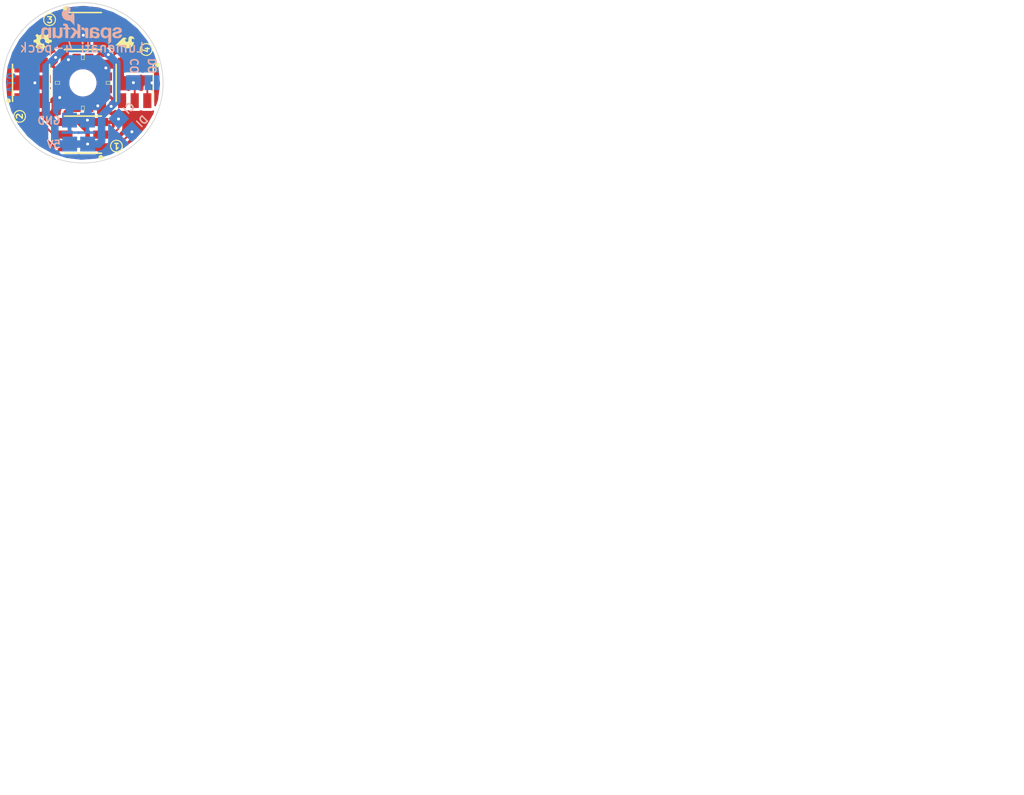
<source format=kicad_pcb>
(kicad_pcb (version 20170123) (host pcbnew no-vcs-found-5013ea2~58~ubuntu16.04.1)

  (general
    (links 28)
    (no_connects 0)
    (area 134.486357 86.988357 272.66 194.5112)
    (thickness 1.6)
    (drawings 27)
    (tracks 136)
    (zones 0)
    (modules 22)
    (nets 13)
  )

  (page A4)
  (layers
    (0 F.Cu signal hide)
    (31 B.Cu signal)
    (32 B.Adhes user)
    (33 F.Adhes user)
    (34 B.Paste user)
    (35 F.Paste user)
    (36 B.SilkS user)
    (37 F.SilkS user)
    (38 B.Mask user)
    (39 F.Mask user)
    (40 Dwgs.User user)
    (41 Cmts.User user)
    (42 Eco1.User user)
    (43 Eco2.User user)
    (44 Edge.Cuts user)
    (45 Margin user)
    (46 B.CrtYd user)
    (47 F.CrtYd user)
    (48 B.Fab user)
    (49 F.Fab user)
  )

  (setup
    (last_trace_width 0.254)
    (user_trace_width 0.4064)
    (user_trace_width 0.6096)
    (user_trace_width 0.8128)
    (user_trace_width 1.016)
    (user_trace_width 1.27)
    (trace_clearance 0.2)
    (zone_clearance 0.381)
    (zone_45_only no)
    (trace_min 0.2)
    (segment_width 0.2)
    (edge_width 0.1)
    (via_size 0.6)
    (via_drill 0.4)
    (via_min_size 0.4)
    (via_min_drill 0.3)
    (uvia_size 0.3)
    (uvia_drill 0.1)
    (uvias_allowed no)
    (uvia_min_size 0.2)
    (uvia_min_drill 0.1)
    (pcb_text_width 0.3)
    (pcb_text_size 1.5 1.5)
    (mod_edge_width 0.15)
    (mod_text_size 1 1)
    (mod_text_width 0.15)
    (pad_size 2 2)
    (pad_drill 0)
    (pad_to_mask_clearance 0)
    (aux_axis_origin 145.923 98.425)
    (grid_origin 145.923 98.425)
    (visible_elements 7FF9FFFF)
    (pcbplotparams
      (layerselection 0x010f0_ffffffff)
      (usegerberextensions false)
      (excludeedgelayer true)
      (linewidth 0.100000)
      (plotframeref false)
      (viasonmask false)
      (mode 1)
      (useauxorigin false)
      (hpglpennumber 1)
      (hpglpenspeed 20)
      (hpglpendiameter 15)
      (psnegative false)
      (psa4output false)
      (plotreference false)
      (plotvalue false)
      (plotinvisibletext false)
      (padsonsilk false)
      (subtractmaskfromsilk false)
      (outputformat 1)
      (mirror false)
      (drillshape 0)
      (scaleselection 1)
      (outputdirectory ""))
  )

  (net 0 "")
  (net 1 +5V)
  (net 2 GND)
  (net 3 "Net-(J2-Pad1)")
  (net 4 "Net-(J3-Pad1)")
  (net 5 "Net-(J5-Pad1)")
  (net 6 "Net-(J6-Pad1)")
  (net 7 "Net-(U1-Pad6)")
  (net 8 "Net-(U1-Pad5)")
  (net 9 "Net-(U2-Pad6)")
  (net 10 "Net-(U2-Pad5)")
  (net 11 "Net-(U3-Pad6)")
  (net 12 "Net-(U3-Pad5)")

  (net_class Default "This is the default net class."
    (clearance 0.2)
    (trace_width 0.254)
    (via_dia 0.6)
    (via_drill 0.4)
    (uvia_dia 0.3)
    (uvia_drill 0.1)
    (add_net +5V)
    (add_net GND)
    (add_net "Net-(J2-Pad1)")
    (add_net "Net-(J3-Pad1)")
    (add_net "Net-(J5-Pad1)")
    (add_net "Net-(J6-Pad1)")
    (add_net "Net-(U1-Pad5)")
    (add_net "Net-(U1-Pad6)")
    (add_net "Net-(U2-Pad5)")
    (add_net "Net-(U2-Pad6)")
    (add_net "Net-(U3-Pad5)")
    (add_net "Net-(U3-Pad6)")
  )

  (net_class +5V ""
    (clearance 0.2)
    (trace_width 1.27)
    (via_dia 0.6)
    (via_drill 0.4)
    (uvia_dia 0.3)
    (uvia_drill 0.1)
  )

  (net_class GND ""
    (clearance 0.2)
    (trace_width 1.27)
    (via_dia 0.6)
    (via_drill 0.4)
    (uvia_dia 0.3)
    (uvia_drill 0.1)
  )

  (module Aesthetics:SFE_LOGO_NAME_FLAME_.1 (layer B.Cu) (tedit 200000) (tstamp 5916E91D)
    (at 151.638 93.3196 180)
    (descr "SPARKFUN FONT LOGO W/ FLAME - 0.1\" HEIGHT - SILKSCREEN")
    (tags "SPARKFUN FONT LOGO W/ FLAME - 0.1\" HEIGHT - SILKSCREEN")
    (attr virtual)
    (fp_text reference "" (at 0 0 180) (layer B.SilkS)
      (effects (font (thickness 0.15)) (justify mirror))
    )
    (fp_text value "" (at 0 0 180) (layer B.SilkS)
      (effects (font (thickness 0.15)) (justify mirror))
    )
    (fp_poly (pts (xy 8.24992 4.77774) (xy 8.24992 4.699) (xy 8.23976 4.66852) (xy 8.2296 4.63804)
      (xy 8.19912 4.61772) (xy 8.16864 4.60756) (xy 8.09752 4.60756) (xy 8.05942 4.62788)
      (xy 8.01878 4.6482) (xy 7.9883 4.66852) (xy 7.94766 4.699) (xy 7.91972 4.71932)
      (xy 7.88924 4.7498) (xy 7.86892 4.7879) (xy 7.8486 4.81838) (xy 7.83844 4.85902)
      (xy 7.82828 4.8895) (xy 7.83844 4.91998) (xy 7.8486 4.93776) (xy 7.85876 4.96824)
      (xy 7.87908 4.99872) (xy 7.91972 5.0292) (xy 7.95782 5.04952) (xy 8.00862 5.05968)
      (xy 8.04926 5.06984) (xy 8.07974 5.06984) (xy 8.10768 5.05968) (xy 8.13816 5.05968)
      (xy 8.128 5.06984) (xy 8.0899 5.09778) (xy 8.02894 5.12826) (xy 7.94766 5.15874)
      (xy 7.85876 5.18922) (xy 7.7597 5.18922) (xy 7.64794 5.1689) (xy 7.53872 5.10794)
      (xy 7.44982 5.0292) (xy 7.39902 4.95808) (xy 7.36854 4.86918) (xy 7.36854 4.7879)
      (xy 7.38886 4.699) (xy 7.43966 4.60756) (xy 7.50824 4.52882) (xy 7.58952 4.43992)
      (xy 7.6581 4.35864) (xy 7.68858 4.28752) (xy 7.68858 4.21894) (xy 7.66826 4.15798)
      (xy 7.62762 4.10972) (xy 7.5692 4.06908) (xy 7.48792 4.04876) (xy 7.40918 4.04876)
      (xy 7.35838 4.05892) (xy 7.30758 4.07924) (xy 7.27964 4.09956) (xy 7.24916 4.1275)
      (xy 7.22884 4.16814) (xy 7.21868 4.19862) (xy 7.21868 4.2291) (xy 7.22884 4.25958)
      (xy 7.24916 4.28752) (xy 7.26948 4.30784) (xy 7.2898 4.32816) (xy 7.31774 4.33832)
      (xy 7.33806 4.34848) (xy 7.35838 4.35864) (xy 7.36854 4.3688) (xy 7.34822 4.37896)
      (xy 7.3279 4.37896) (xy 7.2898 4.38912) (xy 7.20852 4.38912) (xy 7.14756 4.37896)
      (xy 7.0993 4.35864) (xy 7.0485 4.33832) (xy 7.00786 4.30784) (xy 6.9596 4.2799)
      (xy 6.92912 4.2291) (xy 6.89864 4.16814) (xy 6.87832 4.10972) (xy 6.86816 4.01828)
      (xy 6.858 3.92938) (xy 6.858 2.64922) (xy 6.86816 2.64922) (xy 6.88848 2.6797)
      (xy 6.91896 2.70764) (xy 6.94944 2.74828) (xy 6.9977 2.79908) (xy 7.0485 2.8575)
      (xy 7.10946 2.91846) (xy 7.15772 2.98958) (xy 7.22884 3.05816) (xy 7.2898 3.11912)
      (xy 7.33806 3.17754) (xy 7.38886 3.21818) (xy 7.43966 3.25882) (xy 7.48792 3.2893)
      (xy 7.54888 3.29946) (xy 7.73938 3.29946) (xy 7.85876 3.31978) (xy 7.96798 3.34772)
      (xy 8.06958 3.38836) (xy 8.16864 3.44932) (xy 8.24992 3.5179) (xy 8.32866 3.59918)
      (xy 8.39978 3.68808) (xy 8.49884 3.86842) (xy 8.54964 4.04876) (xy 8.5598 4.2291)
      (xy 8.52932 4.38912) (xy 8.47852 4.52882) (xy 8.40994 4.6482) (xy 8.32866 4.73964)) (layer B.SilkS) (width 0.01))
    (fp_poly (pts (xy 9.99998 2.35966) (xy 10.36828 2.35966) (xy 10.36828 2.159) (xy 10.37844 2.159)
      (xy 10.41908 2.21996) (xy 10.45972 2.25806) (xy 10.50798 2.2987) (xy 10.56894 2.33934)
      (xy 10.6299 2.35966) (xy 10.68832 2.37998) (xy 10.74928 2.3876) (xy 10.8077 2.3876)
      (xy 10.94994 2.37998) (xy 11.05916 2.3495) (xy 11.14806 2.2987) (xy 11.21918 2.22758)
      (xy 11.26998 2.14884) (xy 11.29792 2.04978) (xy 11.31824 1.93802) (xy 11.3284 1.80848)
      (xy 11.3284 0.9398) (xy 10.93978 0.9398) (xy 10.93978 1.7399) (xy 10.92962 1.81864)
      (xy 10.91946 1.88976) (xy 10.9093 1.94818) (xy 10.87882 1.99898) (xy 10.84834 2.03962)
      (xy 10.79754 2.06756) (xy 10.74928 2.07772) (xy 10.68832 2.08788) (xy 10.60958 2.07772)
      (xy 10.54862 2.06756) (xy 10.49782 2.03962) (xy 10.45972 1.98882) (xy 10.42924 1.93802)
      (xy 10.39876 1.86944) (xy 10.3886 1.778) (xy 10.3886 0.9398) (xy 9.99998 0.9398)
      (xy 9.99998 2.17932)) (layer B.SilkS) (width 0.01))
    (fp_poly (pts (xy 9.78916 0.9398) (xy 9.41832 0.9398) (xy 9.41832 1.13792) (xy 9.40816 1.13792)
      (xy 9.36752 1.0795) (xy 9.32942 1.0287) (xy 9.27862 0.98806) (xy 9.21766 0.95758)
      (xy 9.1694 0.9398) (xy 9.10844 0.91948) (xy 9.03986 0.90932) (xy 8.9789 0.89916)
      (xy 8.8392 0.90932) (xy 8.72998 0.94996) (xy 8.63854 0.99822) (xy 8.56996 1.05918)
      (xy 8.51916 1.14808) (xy 8.48868 1.24968) (xy 8.46836 1.3589) (xy 8.46836 2.35966)
      (xy 8.84936 2.35966) (xy 8.84936 1.55956) (xy 8.85952 1.47828) (xy 8.86968 1.39954)
      (xy 8.87984 1.33858) (xy 8.90778 1.29794) (xy 8.93826 1.25984) (xy 8.98906 1.22936)
      (xy 9.03986 1.2192) (xy 9.09828 1.20904) (xy 9.17956 1.2192) (xy 9.23798 1.22936)
      (xy 9.28878 1.25984) (xy 9.32942 1.29794) (xy 9.3599 1.3589) (xy 9.38784 1.42748)
      (xy 9.398 1.50876) (xy 9.398 2.35966) (xy 9.78916 2.35966) (xy 9.78916 1.1176)) (layer B.SilkS) (width 0.01))
    (fp_poly (pts (xy 7.69874 2.09804) (xy 7.30758 2.09804) (xy 7.34822 2.12852) (xy 7.3787 2.159)
      (xy 7.40918 2.18948) (xy 7.44982 2.22758) (xy 7.47776 2.25806) (xy 7.50824 2.28854)
      (xy 7.54888 2.31902) (xy 7.57936 2.35966) (xy 7.69874 2.35966) (xy 7.69874 2.55778)
      (xy 7.72922 2.63906) (xy 7.7597 2.70764) (xy 7.80796 2.7686) (xy 7.87908 2.8194)
      (xy 7.95782 2.8575) (xy 8.05942 2.88798) (xy 8.34898 2.88798) (xy 8.3693 2.87782)
      (xy 8.3693 2.59842) (xy 8.19912 2.59842) (xy 8.15848 2.58826) (xy 8.13816 2.5781)
      (xy 8.11784 2.56794) (xy 8.09752 2.54) (xy 8.0899 2.51968) (xy 8.0899 2.47904)
      (xy 8.07974 2.4384) (xy 8.07974 2.35966) (xy 8.34898 2.35966) (xy 8.34898 2.09804)
      (xy 8.07974 2.09804) (xy 8.07974 0.9398) (xy 7.69874 0.9398) (xy 7.69874 1.94818)) (layer B.SilkS) (width 0.01))
    (fp_poly (pts (xy 6.0579 2.6797) (xy 6.44906 2.88798) (xy 6.44906 1.84912) (xy 6.93928 2.35966)
      (xy 7.39902 2.35966) (xy 6.86816 1.83896) (xy 7.45998 0.9398) (xy 6.98754 0.9398)
      (xy 6.59892 1.56972) (xy 6.44906 1.42748) (xy 6.44906 0.9398) (xy 6.0579 0.9398)) (layer B.SilkS) (width 0.01))
    (fp_poly (pts (xy 4.99872 2.28854) (xy 5.04952 2.2987) (xy 5.08762 2.30886) (xy 5.13842 2.30886)
      (xy 5.18922 2.31902) (xy 5.22986 2.32918) (xy 5.27812 2.33934) (xy 5.32892 2.3495)
      (xy 5.36956 2.35966) (xy 5.36956 2.08788) (xy 5.40766 2.159) (xy 5.4483 2.2098)
      (xy 5.4991 2.26822) (xy 5.5499 2.30886) (xy 5.61848 2.3495) (xy 5.67944 2.36982)
      (xy 5.74802 2.3876) (xy 5.88772 2.3876) (xy 5.89788 2.37998) (xy 5.90804 2.37998)
      (xy 5.90804 2.0193) (xy 5.89788 2.0193) (xy 5.87756 2.02946) (xy 5.76834 2.02946)
      (xy 5.66928 2.0193) (xy 5.588 1.99898) (xy 5.51942 1.95834) (xy 5.46862 1.89992)
      (xy 5.42798 1.8288) (xy 5.40766 1.75768) (xy 5.38988 1.66878) (xy 5.38988 0.9398)
      (xy 4.99872 0.9398) (xy 4.99872 2.11836)) (layer B.SilkS) (width 0.01))
    (fp_poly (pts (xy 4.00812 1.53924) (xy 3.97764 1.52908) (xy 3.95986 1.51892) (xy 3.9497 1.50876)
      (xy 3.92938 1.4986) (xy 3.90906 1.48844) (xy 3.8989 1.47828) (xy 3.87858 1.46812)
      (xy 3.86842 1.4478) (xy 3.85826 1.42748) (xy 3.8481 1.4097) (xy 3.8481 1.38938)
      (xy 3.83794 1.36906) (xy 3.83794 1.31826) (xy 3.8481 1.28778) (xy 3.8481 1.27)
      (xy 3.85826 1.24968) (xy 3.86842 1.23952) (xy 3.87858 1.2192) (xy 3.8989 1.20904)
      (xy 3.90906 1.19888) (xy 3.92938 1.18872) (xy 3.9497 1.17856) (xy 3.96748 1.17856)
      (xy 3.9878 1.1684) (xy 4.00812 1.1684) (xy 4.02844 1.15824) (xy 4.07924 1.15824)
      (xy 4.1275 1.1684) (xy 4.1783 1.1684) (xy 4.21894 1.18872) (xy 4.25958 1.19888)
      (xy 4.28752 1.2192) (xy 4.30784 1.23952) (xy 4.32816 1.27) (xy 4.34848 1.28778)
      (xy 4.35864 1.31826) (xy 4.3688 1.34874) (xy 4.37896 1.36906) (xy 4.38912 1.39954)
      (xy 4.38912 1.62814) (xy 4.37896 1.61798) (xy 4.3688 1.60782) (xy 4.34848 1.60782)
      (xy 4.32816 1.59766) (xy 4.30784 1.5875) (xy 4.28752 1.5875) (xy 4.26974 1.57988)
      (xy 4.2291 1.57988) (xy 4.1783 1.778) (xy 4.24942 1.79832) (xy 4.30784 1.81864)
      (xy 4.35864 1.84912) (xy 4.38912 1.88976) (xy 4.38912 1.99898) (xy 4.37896 2.0193)
      (xy 4.3688 2.03962) (xy 4.35864 2.05994) (xy 4.34848 2.06756) (xy 4.33832 2.08788)
      (xy 4.318 2.09804) (xy 4.29768 2.1082) (xy 4.2799 2.11836) (xy 4.25958 2.11836)
      (xy 4.23926 2.12852) (xy 4.05892 2.12852) (xy 4.0386 2.11836) (xy 4.01828 2.1082)
      (xy 3.99796 2.09804) (xy 3.97764 2.08788) (xy 3.95986 2.07772) (xy 3.9497 2.06756)
      (xy 3.92938 2.04978) (xy 3.91922 2.03962) (xy 3.90906 2.0193) (xy 3.8989 1.98882)
      (xy 3.88874 1.9685) (xy 3.88874 1.9177) (xy 3.49758 1.9177) (xy 3.50774 1.97866)
      (xy 3.5179 2.03962) (xy 3.53822 2.09804) (xy 3.5687 2.13868) (xy 3.59918 2.18948)
      (xy 3.62966 2.22758) (xy 3.66776 2.25806) (xy 3.71856 2.28854) (xy 3.76936 2.31902)
      (xy 3.81762 2.33934) (xy 3.86842 2.3495) (xy 3.92938 2.36982) (xy 3.9878 2.37998)
      (xy 4.0386 2.3876) (xy 4.26974 2.3876) (xy 4.318 2.37998) (xy 4.37896 2.37998)
      (xy 4.42976 2.36982) (xy 4.47802 2.3495) (xy 4.52882 2.33934) (xy 4.57962 2.31902)
      (xy 4.61772 2.28854) (xy 4.65836 2.25806) (xy 4.699 2.22758) (xy 4.72948 2.18948)
      (xy 4.7498 2.14884) (xy 4.76758 2.09804) (xy 4.77774 2.04978) (xy 4.77774 1.17856)
      (xy 4.7879 1.15824) (xy 4.7879 1.06934) (xy 4.79806 1.04902) (xy 4.79806 1.0287)
      (xy 4.80822 1.00838) (xy 4.80822 0.9779) (xy 4.81838 0.95758) (xy 4.82854 0.94996)
      (xy 4.82854 0.9398) (xy 4.43992 0.9398) (xy 4.43992 0.94996) (xy 4.42976 0.95758)
      (xy 4.42976 0.96774) (xy 4.4196 0.9779) (xy 4.4196 1.00838) (xy 4.40944 1.01854)
      (xy 4.40944 1.0795) (xy 4.38912 1.04902) (xy 4.35864 1.0287) (xy 4.33832 1.00838)
      (xy 4.30784 0.98806) (xy 4.2799 0.9779) (xy 4.24942 0.95758) (xy 4.21894 0.94996)
      (xy 4.18846 0.9398) (xy 4.15798 0.92964) (xy 4.1275 0.91948) (xy 4.09956 0.91948)
      (xy 4.06908 0.90932) (xy 4.02844 0.90932) (xy 3.99796 0.89916) (xy 3.88874 0.89916)
      (xy 3.83794 0.90932) (xy 3.78968 0.90932) (xy 3.74904 0.91948) (xy 3.69824 0.9398)
      (xy 3.6576 0.95758) (xy 3.62966 0.9779) (xy 3.58902 0.99822) (xy 3.55854 1.0287)
      (xy 3.53822 1.05918) (xy 3.50774 1.09982) (xy 3.48996 1.12776) (xy 3.4798 1.17856)
      (xy 3.45948 1.2192) (xy 3.45948 1.27) (xy 3.44932 1.31826) (xy 3.46964 1.42748)
      (xy 3.49758 1.51892) (xy 3.53822 1.5875) (xy 3.60934 1.64846) (xy 3.67792 1.6891)
      (xy 3.7592 1.71958) (xy 3.83794 1.7399) (xy 3.92938 1.74752)) (layer B.SilkS) (width 0.01))
    (fp_poly (pts (xy 3.92938 1.74752) (xy 4.01828 1.75768) (xy 4.10972 1.76784) (xy 4.1783 1.778)
      (xy 4.2291 1.57988) (xy 4.20878 1.56972) (xy 4.18846 1.56972) (xy 4.15798 1.55956)
      (xy 4.11988 1.55956) (xy 4.0894 1.5494) (xy 4.04876 1.5494) (xy 4.02844 1.53924)
      (xy 4.00812 1.53924)) (layer B.SilkS) (width 0.01))
    (fp_poly (pts (xy 3.24866 1.23952) (xy 3.1877 1.12776) (xy 3.0988 1.03886) (xy 2.98958 0.95758)
      (xy 2.86766 0.91948) (xy 2.7178 0.89916) (xy 2.65938 0.90932) (xy 2.59842 0.91948)
      (xy 2.54 0.92964) (xy 2.47904 0.95758) (xy 2.42824 0.98806) (xy 2.37998 1.01854)
      (xy 2.33934 1.06934) (xy 2.2987 1.1176) (xy 2.28854 1.1176) (xy 2.28854 0.09906)
      (xy 2.2479 0.1397) (xy 2.19964 0.18796) (xy 2.14884 0.2286) (xy 2.09804 0.26924)
      (xy 2.04978 0.30988) (xy 1.99898 0.35814) (xy 1.95834 0.39878) (xy 1.90754 0.43942)
      (xy 1.90754 2.28854) (xy 1.94818 2.2987) (xy 1.99898 2.30886) (xy 2.04978 2.30886)
      (xy 2.08788 2.31902) (xy 2.13868 2.32918) (xy 2.17932 2.33934) (xy 2.22758 2.3495)
      (xy 2.27838 2.35966) (xy 2.27838 2.17932) (xy 2.31902 2.22758) (xy 2.35966 2.26822)
      (xy 2.40792 2.30886) (xy 2.45872 2.33934) (xy 2.50952 2.36982) (xy 2.56794 2.37998)
      (xy 2.6289 2.3876) (xy 2.69748 2.3876) (xy 2.84988 2.37998) (xy 2.98958 2.32918)
      (xy 3.0988 2.25806) (xy 3.1877 2.159) (xy 3.25882 2.04978) (xy 3.29946 1.9177)
      (xy 3.32994 1.778) (xy 3.33756 1.62814) (xy 2.94894 1.6383) (xy 2.94894 1.72974)
      (xy 2.93878 1.80848) (xy 2.9083 1.88976) (xy 2.87782 1.95834) (xy 2.82956 2.0193)
      (xy 2.7686 2.05994) (xy 2.69748 2.08788) (xy 2.60858 2.09804) (xy 2.52984 2.08788)
      (xy 2.44856 2.05994) (xy 2.39776 2.0193) (xy 2.3495 1.95834) (xy 2.31902 1.88976)
      (xy 2.28854 1.80848) (xy 2.27838 1.72974) (xy 2.27838 1.55956) (xy 2.2987 1.47828)
      (xy 2.31902 1.39954) (xy 2.3495 1.32842) (xy 2.39776 1.27762) (xy 2.45872 1.22936)
      (xy 2.52984 1.20904) (xy 2.61874 1.19888) (xy 2.69748 1.20904) (xy 2.77876 1.22936)
      (xy 2.83972 1.27762) (xy 2.87782 1.32842) (xy 2.9083 1.39954)) (layer B.SilkS) (width 0.01))
    (fp_poly (pts (xy 2.9083 1.39954) (xy 2.93878 1.47828) (xy 2.94894 1.55956) (xy 2.94894 1.6383)
      (xy 3.33756 1.62814) (xy 3.32994 1.48844) (xy 3.29946 1.3589) (xy 3.24866 1.23952)) (layer B.SilkS) (width 0.01))
    (fp_poly (pts (xy 0.80772 1.39954) (xy 0.80772 1.33858) (xy 0.82804 1.28778) (xy 0.85852 1.24968)
      (xy 0.89916 1.2192) (xy 0.9398 1.18872) (xy 0.99822 1.17856) (xy 1.04902 1.1684)
      (xy 1.10998 1.15824) (xy 1.14808 1.1684) (xy 1.18872 1.1684) (xy 1.22936 1.17856)
      (xy 1.27 1.19888) (xy 1.3081 1.22936) (xy 1.33858 1.25984) (xy 1.34874 1.29794)
      (xy 1.3589 1.33858) (xy 1.34874 1.37922) (xy 1.32842 1.41986) (xy 1.28778 1.4478)
      (xy 1.23952 1.47828) (xy 1.17856 1.4986) (xy 1.09982 1.51892) (xy 1.01854 1.53924)
      (xy 0.91948 1.55956) (xy 0.82804 1.57988) (xy 0.7493 1.60782) (xy 0.67818 1.6383)
      (xy 0.6096 1.67894) (xy 0.54864 1.71958) (xy 0.508 1.778) (xy 0.47752 1.84912)
      (xy 0.4699 1.93802) (xy 0.47752 2.05994) (xy 0.51816 2.159) (xy 0.58928 2.23774)
      (xy 0.65786 2.2987) (xy 0.75946 2.3495) (xy 0.85852 2.36982) (xy 0.96774 2.3876)
      (xy 1.19888 2.3876) (xy 1.3081 2.36982) (xy 1.4097 2.33934) (xy 1.4986 2.2987)
      (xy 1.57988 2.23774) (xy 1.6383 2.159) (xy 1.6891 2.05994) (xy 1.70942 1.93802)
      (xy 1.33858 1.93802) (xy 1.32842 1.98882) (xy 1.3081 2.03962) (xy 1.28778 2.06756)
      (xy 1.25984 2.08788) (xy 1.2192 2.1082) (xy 1.1684 2.12852) (xy 0.99822 2.12852)
      (xy 0.96774 2.11836) (xy 0.92964 2.1082) (xy 0.89916 2.09804) (xy 0.87884 2.06756)
      (xy 0.85852 2.03962) (xy 0.85852 1.99898) (xy 0.86868 1.95834) (xy 0.89916 1.9177)
      (xy 0.9398 1.88976) (xy 0.99822 1.85928) (xy 1.05918 1.83896) (xy 1.13792 1.8288)
      (xy 1.2192 1.80848) (xy 1.29794 1.78816) (xy 1.37922 1.76784) (xy 1.46812 1.74752)
      (xy 1.53924 1.70942) (xy 1.60782 1.66878) (xy 1.66878 1.61798) (xy 1.70942 1.55956)
      (xy 1.7399 1.48844) (xy 1.74752 1.39954) (xy 1.72974 1.27) (xy 1.6891 1.15824)
      (xy 1.62814 1.0795) (xy 1.5494 1.00838) (xy 1.4478 0.95758) (xy 1.33858 0.92964)
      (xy 1.2192 0.90932) (xy 1.09982 0.89916) (xy 0.9779 0.90932) (xy 0.85852 0.92964)
      (xy 0.7493 0.95758) (xy 0.6477 1.00838) (xy 0.56896 1.0795) (xy 0.49784 1.1684)
      (xy 0.45974 1.27) (xy 0.43942 1.39954) (xy 0.75946 1.39954)) (layer B.SilkS) (width 0.01))
  )

  (module Pete:APA102_3 (layer F.Cu) (tedit 591CA5E4) (tstamp 58F4FE97)
    (at 145.923 91.44 180)
    (path /58F4DDA4)
    (fp_text reference U3 (at 0 3.556 180) (layer F.SilkS) hide
      (effects (font (size 0.889 0.889) (thickness 0.22225)))
    )
    (fp_text value APA102C (at 0 0 270) (layer F.SilkS) hide
      (effects (font (size 0.889 0.6) (thickness 0.15)))
    )
    (fp_line (start -2.5 -2.5) (end 2.5 -2.5) (layer F.SilkS) (width 0.2032))
    (fp_line (start -2.5 2.5) (end 2.5 2.5) (layer F.SilkS) (width 0.2032))
    (fp_circle (center 2.413 3.048) (end 2.54 3.2385) (layer F.SilkS) (width 0.15))
    (fp_circle (center 2.413 3.048) (end 2.4765 3.1115) (layer F.SilkS) (width 0.15))
    (pad 6 smd rect (at -2.4 1.700001) (size 2 1.1) (layers F.Cu F.Paste F.Mask)
      (net 11 "Net-(U3-Pad6)") (solder_mask_margin 0.1016))
    (pad 5 smd rect (at -2.399998 0) (size 2 1.1) (layers F.Cu F.Paste F.Mask)
      (net 12 "Net-(U3-Pad5)") (solder_mask_margin 0.1016))
    (pad 4 smd rect (at -2.4 -1.7) (size 2 1.1) (layers F.Cu F.Paste F.Mask)
      (net 1 +5V) (solder_mask_margin 0.1016))
    (pad 3 smd rect (at 2.4 -1.700001 180) (size 2 1.1) (layers F.Cu F.Paste F.Mask)
      (net 2 GND) (solder_mask_margin 0.1016))
    (pad 2 smd rect (at 2.399998 0 180) (size 2 1.1) (layers F.Cu F.Paste F.Mask)
      (net 10 "Net-(U2-Pad5)") (solder_mask_margin 0.1016))
    (pad 1 smd rect (at 2.4 1.7 180) (size 2 1.1) (layers F.Cu F.Paste F.Mask)
      (net 9 "Net-(U2-Pad6)") (solder_mask_margin 0.1016))
  )

  (module Pete:APA102_3 (layer F.Cu) (tedit 591CA5E4) (tstamp 58F4FEA6)
    (at 152.908 98.425 90)
    (path /58F4DDF9)
    (fp_text reference U4 (at 0 3.556 90) (layer F.SilkS) hide
      (effects (font (size 0.889 0.889) (thickness 0.22225)))
    )
    (fp_text value APA102C (at 0 0 180) (layer F.SilkS) hide
      (effects (font (size 0.889 0.6) (thickness 0.15)))
    )
    (fp_line (start -2.5 -2.5) (end 2.5 -2.5) (layer F.SilkS) (width 0.2032))
    (fp_line (start -2.5 2.5) (end 2.5 2.5) (layer F.SilkS) (width 0.2032))
    (fp_circle (center 2.413 3.048) (end 2.54 3.2385) (layer F.SilkS) (width 0.15))
    (fp_circle (center 2.413 3.048) (end 2.4765 3.1115) (layer F.SilkS) (width 0.15))
    (pad 6 smd rect (at -2.4 1.700001 270) (size 2 1.1) (layers F.Cu F.Paste F.Mask)
      (net 6 "Net-(J6-Pad1)") (solder_mask_margin 0.1016))
    (pad 5 smd rect (at -2.399998 0 270) (size 2 1.1) (layers F.Cu F.Paste F.Mask)
      (net 5 "Net-(J5-Pad1)") (solder_mask_margin 0.1016))
    (pad 4 smd rect (at -2.4 -1.7 270) (size 2 1.1) (layers F.Cu F.Paste F.Mask)
      (net 1 +5V) (solder_mask_margin 0.1016))
    (pad 3 smd rect (at 2.4 -1.700001 90) (size 2 1.1) (layers F.Cu F.Paste F.Mask)
      (net 2 GND) (solder_mask_margin 0.1016))
    (pad 2 smd rect (at 2.399998 0 90) (size 2 1.1) (layers F.Cu F.Paste F.Mask)
      (net 12 "Net-(U3-Pad5)") (solder_mask_margin 0.1016))
    (pad 1 smd rect (at 2.4 1.7 90) (size 2 1.1) (layers F.Cu F.Paste F.Mask)
      (net 11 "Net-(U3-Pad6)") (solder_mask_margin 0.1016))
  )

  (module Pete:APA102_3 (layer F.Cu) (tedit 591CA5E4) (tstamp 58F4FE79)
    (at 145.923 105.41)
    (path /58F4DCA4)
    (fp_text reference U1 (at 0 3.556) (layer F.SilkS) hide
      (effects (font (size 0.889 0.889) (thickness 0.22225)))
    )
    (fp_text value APA102C (at 0 0 90) (layer F.SilkS) hide
      (effects (font (size 0.889 0.6) (thickness 0.15)))
    )
    (fp_line (start -2.5 -2.5) (end 2.5 -2.5) (layer F.SilkS) (width 0.2032))
    (fp_line (start -2.5 2.5) (end 2.5 2.5) (layer F.SilkS) (width 0.2032))
    (fp_circle (center 2.413 3.048) (end 2.54 3.2385) (layer F.SilkS) (width 0.15))
    (fp_circle (center 2.413 3.048) (end 2.4765 3.1115) (layer F.SilkS) (width 0.15))
    (pad 6 smd rect (at -2.4 1.700001 180) (size 2 1.1) (layers F.Cu F.Paste F.Mask)
      (net 7 "Net-(U1-Pad6)") (solder_mask_margin 0.1016))
    (pad 5 smd rect (at -2.399998 0 180) (size 2 1.1) (layers F.Cu F.Paste F.Mask)
      (net 8 "Net-(U1-Pad5)") (solder_mask_margin 0.1016))
    (pad 4 smd rect (at -2.4 -1.7 180) (size 2 1.1) (layers F.Cu F.Paste F.Mask)
      (net 1 +5V) (solder_mask_margin 0.1016))
    (pad 3 smd rect (at 2.4 -1.700001) (size 2 1.1) (layers F.Cu F.Paste F.Mask)
      (net 2 GND) (solder_mask_margin 0.1016))
    (pad 2 smd rect (at 2.399998 0) (size 2 1.1) (layers F.Cu F.Paste F.Mask)
      (net 3 "Net-(J2-Pad1)") (solder_mask_margin 0.1016))
    (pad 1 smd rect (at 2.4 1.7) (size 2 1.1) (layers F.Cu F.Paste F.Mask)
      (net 4 "Net-(J3-Pad1)") (solder_mask_margin 0.1016))
  )

  (module Pete:APA102_3 (layer F.Cu) (tedit 591CA5E4) (tstamp 58F4FE88)
    (at 138.938 98.425 270)
    (path /58F4DD4F)
    (fp_text reference U2 (at 0 3.556 270) (layer F.SilkS) hide
      (effects (font (size 0.889 0.889) (thickness 0.22225)))
    )
    (fp_text value APA102C (at 0 0) (layer F.SilkS) hide
      (effects (font (size 0.889 0.6) (thickness 0.15)))
    )
    (fp_line (start -2.5 -2.5) (end 2.5 -2.5) (layer F.SilkS) (width 0.2032))
    (fp_line (start -2.5 2.5) (end 2.5 2.5) (layer F.SilkS) (width 0.2032))
    (fp_circle (center 2.413 3.048) (end 2.54 3.2385) (layer F.SilkS) (width 0.15))
    (fp_circle (center 2.413 3.048) (end 2.4765 3.1115) (layer F.SilkS) (width 0.15))
    (pad 6 smd rect (at -2.4 1.700001 90) (size 2 1.1) (layers F.Cu F.Paste F.Mask)
      (net 9 "Net-(U2-Pad6)") (solder_mask_margin 0.1016))
    (pad 5 smd rect (at -2.399998 0 90) (size 2 1.1) (layers F.Cu F.Paste F.Mask)
      (net 10 "Net-(U2-Pad5)") (solder_mask_margin 0.1016))
    (pad 4 smd rect (at -2.4 -1.7 90) (size 2 1.1) (layers F.Cu F.Paste F.Mask)
      (net 1 +5V) (solder_mask_margin 0.1016))
    (pad 3 smd rect (at 2.4 -1.700001 270) (size 2 1.1) (layers F.Cu F.Paste F.Mask)
      (net 2 GND) (solder_mask_margin 0.1016))
    (pad 2 smd rect (at 2.399998 0 270) (size 2 1.1) (layers F.Cu F.Paste F.Mask)
      (net 8 "Net-(U1-Pad5)") (solder_mask_margin 0.1016))
    (pad 1 smd rect (at 2.4 1.7 270) (size 2 1.1) (layers F.Cu F.Paste F.Mask)
      (net 7 "Net-(U1-Pad6)") (solder_mask_margin 0.1016))
  )

  (module SparkFun:SFE_LOGO_FLAME_.1 (layer F.Cu) (tedit 200000) (tstamp 5916FD2C)
    (at 149.8092 93.4212 315)
    (descr "SPARKFUN FLAME LOGO - 0.1\" HEIGHT - SILKSCREEN")
    (tags "SPARKFUN FLAME LOGO - 0.1\" HEIGHT - SILKSCREEN")
    (attr virtual)
    (fp_text reference "" (at 0 0 315) (layer F.SilkS)
      (effects (font (thickness 0.15)))
    )
    (fp_text value "" (at 0 0 315) (layer F.SilkS)
      (effects (font (thickness 0.15)))
    )
    (fp_poly (pts (xy 1.69926 -2.4892) (xy 1.69926 -2.39776) (xy 1.6891 -2.36982) (xy 1.67894 -2.3495)
      (xy 1.64846 -2.31902) (xy 1.61798 -2.30886) (xy 1.5875 -2.30886) (xy 1.50876 -2.32918)
      (xy 1.46812 -2.3495) (xy 1.43764 -2.36982) (xy 1.39954 -2.39776) (xy 1.33858 -2.45872)
      (xy 1.29794 -2.51968) (xy 1.28778 -2.55778) (xy 1.28778 -2.61874) (xy 1.29794 -2.64922)
      (xy 1.3081 -2.66954) (xy 1.32842 -2.69748) (xy 1.36906 -2.72796) (xy 1.4097 -2.74828)
      (xy 1.45796 -2.75844) (xy 1.4986 -2.7686) (xy 1.55956 -2.7686) (xy 1.57988 -2.75844)
      (xy 1.5875 -2.75844) (xy 1.57988 -2.7686) (xy 1.53924 -2.79908) (xy 1.39954 -2.86766)
      (xy 1.3081 -2.88798) (xy 1.20904 -2.88798) (xy 1.09982 -2.86766) (xy 0.98806 -2.80924)
      (xy 0.89916 -2.73812) (xy 0.84836 -2.65938) (xy 0.81788 -2.56794) (xy 0.81788 -2.4892)
      (xy 0.8382 -2.39776) (xy 0.889 -2.30886) (xy 0.95758 -2.22758) (xy 1.03886 -2.13868)
      (xy 1.10998 -2.06756) (xy 1.13792 -1.98882) (xy 1.13792 -1.9177) (xy 1.1176 -1.85928)
      (xy 1.0795 -1.80848) (xy 1.01854 -1.76784) (xy 0.9398 -1.74752) (xy 0.85852 -1.74752)
      (xy 0.80772 -1.75768) (xy 0.75946 -1.778) (xy 0.6985 -1.83896) (xy 0.67818 -1.86944)
      (xy 0.66802 -1.89992) (xy 0.66802 -1.93802) (xy 0.67818 -1.9685) (xy 0.73914 -2.02946)
      (xy 0.76962 -2.03962) (xy 0.80772 -2.05994) (xy 0.81788 -2.06756) (xy 0.77978 -2.08788)
      (xy 0.65786 -2.08788) (xy 0.59944 -2.07772) (xy 0.54864 -2.06756) (xy 0.49784 -2.04978)
      (xy 0.45974 -2.0193) (xy 0.40894 -1.97866) (xy 0.34798 -1.8796) (xy 0.32766 -1.80848)
      (xy 0.3175 -1.72974) (xy 0.3175 -0.35814) (xy 0.3683 -0.40894) (xy 0.39878 -0.45974)
      (xy 0.44958 -0.508) (xy 0.49784 -0.56896) (xy 0.61976 -0.68834) (xy 0.73914 -0.82804)
      (xy 0.8382 -0.92964) (xy 0.9398 -0.98806) (xy 0.99822 -0.99822) (xy 1.18872 -0.99822)
      (xy 1.3081 -1.01854) (xy 1.41986 -1.04902) (xy 1.51892 -1.08966) (xy 1.61798 -1.14808)
      (xy 1.69926 -1.2192) (xy 1.778 -1.29794) (xy 1.84912 -1.38938) (xy 1.94818 -1.56972)
      (xy 1.99898 -1.75768) (xy 2.00914 -1.92786) (xy 1.97866 -2.08788) (xy 1.92786 -2.23774)
      (xy 1.85928 -2.3495) (xy 1.778 -2.4384)) (layer F.SilkS) (width 0.01))
  )

  (module SparkFun:OSHW-LOGO-MINI (layer F.Cu) (tedit 200000) (tstamp 591279C4)
    (at 140.4874 92.7862 45)
    (descr "OPEN-SOURCE HARDWARE (OSHW) LOGO - MINI - SILKSCREEN")
    (tags "OPEN-SOURCE HARDWARE (OSHW) LOGO - MINI - SILKSCREEN")
    (attr virtual)
    (fp_text reference "" (at 0 0 45) (layer F.SilkS)
      (effects (font (thickness 0.15)))
    )
    (fp_text value "" (at 0 0 45) (layer F.SilkS)
      (effects (font (thickness 0.15)))
    )
    (fp_poly (pts (xy 1.23444 0.17018) (xy 1.23444 -0.14732) (xy 0.8763 -0.20574) (xy 0.8763 -0.24638)
      (xy 0.86614 -0.25654) (xy 0.86614 -0.27686) (xy 0.85598 -0.28702) (xy 0.84582 -0.30734)
      (xy 0.84582 -0.32512) (xy 0.83566 -0.33528) (xy 0.83566 -0.3556) (xy 0.8255 -0.36576)
      (xy 0.81534 -0.38608) (xy 0.80518 -0.39624) (xy 0.80518 -0.41656) (xy 0.79502 -0.42672)
      (xy 0.78486 -0.44704) (xy 0.7747 -0.4572) (xy 0.98552 -0.74676) (xy 0.75438 -0.9652)
      (xy 0.46482 -0.76708) (xy 0.45466 -0.77724) (xy 0.43434 -0.78486) (xy 0.42418 -0.78486)
      (xy 0.4064 -0.79502) (xy 0.39624 -0.80518) (xy 0.37592 -0.81534) (xy 0.36576 -0.81534)
      (xy 0.34544 -0.8255) (xy 0.33528 -0.83566) (xy 0.31496 -0.83566) (xy 0.29464 -0.84582)
      (xy 0.28448 -0.84582) (xy 0.26416 -0.85598) (xy 0.25654 -0.85598) (xy 0.23622 -0.86614)
      (xy 0.2159 -0.86614) (xy 0.15494 -1.21666) (xy -0.16256 -1.21666) (xy -0.22098 -0.86614)
      (xy -0.23114 -0.86614) (xy -0.25146 -0.85598) (xy -0.27178 -0.85598) (xy -0.28194 -0.84582)
      (xy -0.30226 -0.84582) (xy -0.32258 -0.83566) (xy -0.33274 -0.83566) (xy -0.35306 -0.8255)
      (xy -0.36322 -0.81534) (xy -0.381 -0.81534) (xy -0.39116 -0.80518) (xy -0.41148 -0.79502)
      (xy -0.42164 -0.78486) (xy -0.44196 -0.78486) (xy -0.45212 -0.77724) (xy -0.47244 -0.76708)
      (xy -0.762 -0.9652) (xy -0.98298 -0.74676) (xy -0.78232 -0.4572) (xy -0.79248 -0.44704)
      (xy -0.79248 -0.42672) (xy -0.80264 -0.41656) (xy -0.8128 -0.39624) (xy -0.82296 -0.38608)
      (xy -0.82296 -0.36576) (xy -0.83312 -0.3556) (xy -0.84328 -0.33528) (xy -0.84328 -0.32512)
      (xy -0.86106 -0.28702) (xy -0.86106 -0.27686) (xy -0.87122 -0.25654) (xy -0.87122 -0.24638)
      (xy -0.88138 -0.22606) (xy -0.88138 -0.20574) (xy -1.2319 -0.14732) (xy -1.2319 0.17018)
      (xy -0.88138 0.23114) (xy -0.88138 0.2413) (xy -0.87122 0.26162) (xy -0.87122 0.28194)
      (xy -0.86106 0.2921) (xy -0.86106 0.31242) (xy -0.8509 0.32258) (xy -0.84328 0.34036)
      (xy -0.84328 0.36068) (xy -0.83312 0.37084) (xy -0.83312 0.39116) (xy -0.82296 0.40132)
      (xy -0.8128 0.42164) (xy -0.80264 0.4318) (xy -0.79248 0.45212) (xy -0.79248 0.46228)
      (xy -0.78232 0.4826) (xy -0.98298 0.762) (xy -0.762 0.9906) (xy -0.47244 0.79248)
      (xy -0.46228 0.79248) (xy -0.45212 0.8001) (xy -0.44196 0.8001) (xy -0.4318 0.81026)
      (xy -0.42164 0.81026) (xy -0.41148 0.82042) (xy -0.40132 0.82042) (xy -0.39116 0.83058)
      (xy -0.381 0.83058) (xy -0.37338 0.84074) (xy -0.36322 0.84074) (xy -0.35306 0.8509)
      (xy -0.33274 0.8509) (xy -0.32258 0.86106) (xy -0.12192 0.32258) (xy -0.1524 0.31242)
      (xy -0.19304 0.2921) (xy -0.21336 0.27178) (xy -0.23114 0.26162) (xy -0.25146 0.2413)
      (xy -0.26162 0.22098) (xy -0.28194 0.20066) (xy -0.30226 0.16256) (xy -0.31242 0.13208)
      (xy -0.33274 0.09144) (xy -0.33274 0.06096) (xy -0.3429 0.03048) (xy -0.3429 -0.0254)
      (xy -0.30226 -0.14732) (xy -0.26162 -0.20574) (xy -0.2413 -0.22606) (xy -0.21336 -0.24638)
      (xy -0.19304 -0.2667) (xy -0.16256 -0.28702) (xy -0.13208 -0.29718) (xy -0.1016 -0.31496)
      (xy -0.07112 -0.31496) (xy -0.03302 -0.32512) (xy 0.03556 -0.32512) (xy 0.06604 -0.31496)
      (xy 0.09652 -0.31496) (xy 0.12446 -0.29718) (xy 0.15494 -0.28702) (xy 0.2159 -0.24638)
      (xy 0.25654 -0.20574) (xy 0.29464 -0.14732) (xy 0.3048 -0.11684) (xy 0.32512 -0.08636)
      (xy 0.32512 -0.05588) (xy 0.33528 -0.0254) (xy 0.33528 0.06096) (xy 0.32512 0.09144)
      (xy 0.32512 0.11176) (xy 0.31496 0.13208) (xy 0.3048 0.16256) (xy 0.29464 0.18034)
      (xy 0.27432 0.20066) (xy 0.26416 0.22098) (xy 0.22606 0.26162) (xy 0.20574 0.27178)
      (xy 0.18542 0.2921) (xy 0.12446 0.32258) (xy 0.32512 0.86106) (xy 0.32512 0.8509)
      (xy 0.34544 0.8509) (xy 0.3556 0.84074) (xy 0.36576 0.84074) (xy 0.37592 0.83058)
      (xy 0.38608 0.83058) (xy 0.39624 0.82042) (xy 0.41656 0.82042) (xy 0.42418 0.81026)
      (xy 0.43434 0.81026) (xy 0.45466 0.79248) (xy 0.46482 0.79248) (xy 0.75438 0.9906)
      (xy 0.98552 0.762) (xy 0.7747 0.4826) (xy 0.78486 0.46228) (xy 0.79502 0.45212)
      (xy 0.80518 0.4318) (xy 0.80518 0.42164) (xy 0.81534 0.40132) (xy 0.8255 0.39116)
      (xy 0.83566 0.37084) (xy 0.83566 0.36068) (xy 0.85598 0.32258) (xy 0.85598 0.31242)
      (xy 0.86614 0.2921) (xy 0.86614 0.28194) (xy 0.8763 0.26162) (xy 0.8763 0.2413)
      (xy 0.88646 0.23114)) (layer F.SilkS) (width 0.01))
  )

  (module Pete:0603_revised (layer F.Cu) (tedit 5914AE47) (tstamp 58F4FE22)
    (at 145.923 101.854)
    (path /58F4E20E)
    (attr smd)
    (fp_text reference C1 (at 0.127 -0.9652) (layer F.SilkS) hide
      (effects (font (size 0.4064 0.4064) (thickness 0.0254)))
    )
    (fp_text value C (at 0.2032 0.9398) (layer F.SilkS) hide
      (effects (font (size 0.4064 0.4064) (thickness 0.0254)))
    )
    (fp_line (start -0.3556 0.41656) (end 0.3556 0.41656) (layer Dwgs.User) (width 0.1016))
    (fp_line (start -0.3556 -0.4318) (end 0.3556 -0.4318) (layer Dwgs.User) (width 0.1016))
    (fp_line (start -1.47066 0.98298) (end -1.47066 -0.98298) (layer Dwgs.User) (width 0.0508))
    (fp_line (start 1.47066 0.98298) (end -1.47066 0.98298) (layer Dwgs.User) (width 0.0508))
    (fp_line (start 1.47066 -0.98298) (end 1.47066 0.98298) (layer Dwgs.User) (width 0.0508))
    (fp_line (start -1.47066 -0.98298) (end 1.47066 -0.98298) (layer Dwgs.User) (width 0.0508))
    (fp_line (start -0.19812 0.29972) (end -0.19812 -0.29972) (layer F.SilkS) (width 0.06604))
    (fp_line (start -0.19812 -0.29972) (end 0.19812 -0.29972) (layer F.SilkS) (width 0.06604))
    (fp_line (start 0.19812 0.29972) (end 0.19812 -0.29972) (layer F.SilkS) (width 0.06604))
    (fp_line (start -0.19812 0.29972) (end 0.19812 0.29972) (layer F.SilkS) (width 0.06604))
    (fp_line (start 0.3302 0.4699) (end 0.3302 -0.48006) (layer Dwgs.User) (width 0.06604))
    (fp_line (start 0.3302 -0.48006) (end 0.82804 -0.48006) (layer Dwgs.User) (width 0.06604))
    (fp_line (start 0.82804 0.4699) (end 0.82804 -0.48006) (layer Dwgs.User) (width 0.06604))
    (fp_line (start 0.3302 0.4699) (end 0.82804 0.4699) (layer Dwgs.User) (width 0.06604))
    (fp_line (start -0.8382 0.4699) (end -0.8382 -0.48006) (layer Dwgs.User) (width 0.06604))
    (fp_line (start -0.8382 -0.48006) (end -0.33782 -0.48006) (layer Dwgs.User) (width 0.06604))
    (fp_line (start -0.33782 0.4699) (end -0.33782 -0.48006) (layer Dwgs.User) (width 0.06604))
    (fp_line (start -0.8382 0.4699) (end -0.33782 0.4699) (layer Dwgs.User) (width 0.06604))
    (pad 2 smd rect (at 0.84836 0) (size 1.09982 0.99822) (layers F.Cu F.Paste F.Mask)
      (net 2 GND))
    (pad 1 smd rect (at -0.84836 0) (size 1.09982 0.99822) (layers F.Cu F.Paste F.Mask)
      (net 1 +5V))
  )

  (module Pete:0603_revised (layer F.Cu) (tedit 5914AE47) (tstamp 58F4FE3A)
    (at 142.494 98.425 270)
    (path /58F4E2CB)
    (attr smd)
    (fp_text reference C2 (at 0.127 -0.9652 270) (layer F.SilkS) hide
      (effects (font (size 0.4064 0.4064) (thickness 0.0254)))
    )
    (fp_text value C (at 0.2032 0.9398 270) (layer F.SilkS) hide
      (effects (font (size 0.4064 0.4064) (thickness 0.0254)))
    )
    (fp_line (start -0.3556 0.41656) (end 0.3556 0.41656) (layer Dwgs.User) (width 0.1016))
    (fp_line (start -0.3556 -0.4318) (end 0.3556 -0.4318) (layer Dwgs.User) (width 0.1016))
    (fp_line (start -1.47066 0.98298) (end -1.47066 -0.98298) (layer Dwgs.User) (width 0.0508))
    (fp_line (start 1.47066 0.98298) (end -1.47066 0.98298) (layer Dwgs.User) (width 0.0508))
    (fp_line (start 1.47066 -0.98298) (end 1.47066 0.98298) (layer Dwgs.User) (width 0.0508))
    (fp_line (start -1.47066 -0.98298) (end 1.47066 -0.98298) (layer Dwgs.User) (width 0.0508))
    (fp_line (start -0.19812 0.29972) (end -0.19812 -0.29972) (layer F.SilkS) (width 0.06604))
    (fp_line (start -0.19812 -0.29972) (end 0.19812 -0.29972) (layer F.SilkS) (width 0.06604))
    (fp_line (start 0.19812 0.29972) (end 0.19812 -0.29972) (layer F.SilkS) (width 0.06604))
    (fp_line (start -0.19812 0.29972) (end 0.19812 0.29972) (layer F.SilkS) (width 0.06604))
    (fp_line (start 0.3302 0.4699) (end 0.3302 -0.48006) (layer Dwgs.User) (width 0.06604))
    (fp_line (start 0.3302 -0.48006) (end 0.82804 -0.48006) (layer Dwgs.User) (width 0.06604))
    (fp_line (start 0.82804 0.4699) (end 0.82804 -0.48006) (layer Dwgs.User) (width 0.06604))
    (fp_line (start 0.3302 0.4699) (end 0.82804 0.4699) (layer Dwgs.User) (width 0.06604))
    (fp_line (start -0.8382 0.4699) (end -0.8382 -0.48006) (layer Dwgs.User) (width 0.06604))
    (fp_line (start -0.8382 -0.48006) (end -0.33782 -0.48006) (layer Dwgs.User) (width 0.06604))
    (fp_line (start -0.33782 0.4699) (end -0.33782 -0.48006) (layer Dwgs.User) (width 0.06604))
    (fp_line (start -0.8382 0.4699) (end -0.33782 0.4699) (layer Dwgs.User) (width 0.06604))
    (pad 2 smd rect (at 0.84836 0 270) (size 1.09982 0.99822) (layers F.Cu F.Paste F.Mask)
      (net 2 GND))
    (pad 1 smd rect (at -0.84836 0 270) (size 1.09982 0.99822) (layers F.Cu F.Paste F.Mask)
      (net 1 +5V))
  )

  (module Pete:0603_revised (layer F.Cu) (tedit 5914AE47) (tstamp 58F4FE52)
    (at 145.923 94.996 180)
    (path /58F4E386)
    (attr smd)
    (fp_text reference C3 (at 0.127 -0.9652 180) (layer F.SilkS) hide
      (effects (font (size 0.4064 0.4064) (thickness 0.0254)))
    )
    (fp_text value C (at 0.2032 0.9398 180) (layer F.SilkS) hide
      (effects (font (size 0.4064 0.4064) (thickness 0.0254)))
    )
    (fp_line (start -0.3556 0.41656) (end 0.3556 0.41656) (layer Dwgs.User) (width 0.1016))
    (fp_line (start -0.3556 -0.4318) (end 0.3556 -0.4318) (layer Dwgs.User) (width 0.1016))
    (fp_line (start -1.47066 0.98298) (end -1.47066 -0.98298) (layer Dwgs.User) (width 0.0508))
    (fp_line (start 1.47066 0.98298) (end -1.47066 0.98298) (layer Dwgs.User) (width 0.0508))
    (fp_line (start 1.47066 -0.98298) (end 1.47066 0.98298) (layer Dwgs.User) (width 0.0508))
    (fp_line (start -1.47066 -0.98298) (end 1.47066 -0.98298) (layer Dwgs.User) (width 0.0508))
    (fp_line (start -0.19812 0.29972) (end -0.19812 -0.29972) (layer F.SilkS) (width 0.06604))
    (fp_line (start -0.19812 -0.29972) (end 0.19812 -0.29972) (layer F.SilkS) (width 0.06604))
    (fp_line (start 0.19812 0.29972) (end 0.19812 -0.29972) (layer F.SilkS) (width 0.06604))
    (fp_line (start -0.19812 0.29972) (end 0.19812 0.29972) (layer F.SilkS) (width 0.06604))
    (fp_line (start 0.3302 0.4699) (end 0.3302 -0.48006) (layer Dwgs.User) (width 0.06604))
    (fp_line (start 0.3302 -0.48006) (end 0.82804 -0.48006) (layer Dwgs.User) (width 0.06604))
    (fp_line (start 0.82804 0.4699) (end 0.82804 -0.48006) (layer Dwgs.User) (width 0.06604))
    (fp_line (start 0.3302 0.4699) (end 0.82804 0.4699) (layer Dwgs.User) (width 0.06604))
    (fp_line (start -0.8382 0.4699) (end -0.8382 -0.48006) (layer Dwgs.User) (width 0.06604))
    (fp_line (start -0.8382 -0.48006) (end -0.33782 -0.48006) (layer Dwgs.User) (width 0.06604))
    (fp_line (start -0.33782 0.4699) (end -0.33782 -0.48006) (layer Dwgs.User) (width 0.06604))
    (fp_line (start -0.8382 0.4699) (end -0.33782 0.4699) (layer Dwgs.User) (width 0.06604))
    (pad 2 smd rect (at 0.84836 0 180) (size 1.09982 0.99822) (layers F.Cu F.Paste F.Mask)
      (net 2 GND))
    (pad 1 smd rect (at -0.84836 0 180) (size 1.09982 0.99822) (layers F.Cu F.Paste F.Mask)
      (net 1 +5V))
  )

  (module Pete:0603_revised (layer F.Cu) (tedit 5914AE47) (tstamp 58F4FE6A)
    (at 149.352 98.425 90)
    (path /58F4E3F9)
    (attr smd)
    (fp_text reference C4 (at 0.127 -0.9652 90) (layer F.SilkS) hide
      (effects (font (size 0.4064 0.4064) (thickness 0.0254)))
    )
    (fp_text value C (at 0.2032 0.9398 90) (layer F.SilkS) hide
      (effects (font (size 0.4064 0.4064) (thickness 0.0254)))
    )
    (fp_line (start -0.3556 0.41656) (end 0.3556 0.41656) (layer Dwgs.User) (width 0.1016))
    (fp_line (start -0.3556 -0.4318) (end 0.3556 -0.4318) (layer Dwgs.User) (width 0.1016))
    (fp_line (start -1.47066 0.98298) (end -1.47066 -0.98298) (layer Dwgs.User) (width 0.0508))
    (fp_line (start 1.47066 0.98298) (end -1.47066 0.98298) (layer Dwgs.User) (width 0.0508))
    (fp_line (start 1.47066 -0.98298) (end 1.47066 0.98298) (layer Dwgs.User) (width 0.0508))
    (fp_line (start -1.47066 -0.98298) (end 1.47066 -0.98298) (layer Dwgs.User) (width 0.0508))
    (fp_line (start -0.19812 0.29972) (end -0.19812 -0.29972) (layer F.SilkS) (width 0.06604))
    (fp_line (start -0.19812 -0.29972) (end 0.19812 -0.29972) (layer F.SilkS) (width 0.06604))
    (fp_line (start 0.19812 0.29972) (end 0.19812 -0.29972) (layer F.SilkS) (width 0.06604))
    (fp_line (start -0.19812 0.29972) (end 0.19812 0.29972) (layer F.SilkS) (width 0.06604))
    (fp_line (start 0.3302 0.4699) (end 0.3302 -0.48006) (layer Dwgs.User) (width 0.06604))
    (fp_line (start 0.3302 -0.48006) (end 0.82804 -0.48006) (layer Dwgs.User) (width 0.06604))
    (fp_line (start 0.82804 0.4699) (end 0.82804 -0.48006) (layer Dwgs.User) (width 0.06604))
    (fp_line (start 0.3302 0.4699) (end 0.82804 0.4699) (layer Dwgs.User) (width 0.06604))
    (fp_line (start -0.8382 0.4699) (end -0.8382 -0.48006) (layer Dwgs.User) (width 0.06604))
    (fp_line (start -0.8382 -0.48006) (end -0.33782 -0.48006) (layer Dwgs.User) (width 0.06604))
    (fp_line (start -0.33782 0.4699) (end -0.33782 -0.48006) (layer Dwgs.User) (width 0.06604))
    (fp_line (start -0.8382 0.4699) (end -0.33782 0.4699) (layer Dwgs.User) (width 0.06604))
    (pad 2 smd rect (at 0.84836 0 90) (size 1.09982 0.99822) (layers F.Cu F.Paste F.Mask)
      (net 2 GND))
    (pad 1 smd rect (at -0.84836 0 90) (size 1.09982 0.99822) (layers F.Cu F.Paste F.Mask)
      (net 1 +5V))
  )

  (module Pete:solder_pad_2 (layer B.Cu) (tedit 591CA9F0) (tstamp 58F4FEAB)
    (at 146.558 106.68 300)
    (path /58F4F6CF)
    (fp_text reference J1 (at 0 -0.5 300) (layer B.SilkS) hide
      (effects (font (size 1 1) (thickness 0.15)) (justify mirror))
    )
    (fp_text value 5V (at 0 0.5 300) (layer B.Fab)
      (effects (font (size 1 1) (thickness 0.15)) (justify mirror))
    )
    (pad 1 smd rect (at 0 0) (size 2 2) (layers B.Cu B.Paste B.Mask)
      (net 1 +5V))
  )

  (module Pete:solder_pad_2 (layer B.Cu) (tedit 591CA9C1) (tstamp 58F4FEC4)
    (at 155.2448 98.3996 90)
    (path /58F4FA8B)
    (fp_text reference J6 (at 0 -0.5 90) (layer B.SilkS) hide
      (effects (font (size 1 1) (thickness 0.15)) (justify mirror))
    )
    (fp_text value DO (at 0 0.5 90) (layer B.Fab)
      (effects (font (size 1 1) (thickness 0.15)) (justify mirror))
    )
    (pad 1 smd rect (at 0 0 90) (size 2 2) (layers B.Cu B.Paste B.Mask)
      (net 6 "Net-(J6-Pad1)"))
  )

  (module Pete:solder_pad_2 (layer B.Cu) (tedit 591CA9C8) (tstamp 58F4FEBF)
    (at 151.4602 98.3996 330)
    (path /58F4F95F)
    (fp_text reference J5 (at 0 -0.5 330) (layer B.SilkS) hide
      (effects (font (size 1 1) (thickness 0.15)) (justify mirror))
    )
    (fp_text value CO (at 0 0.5 330) (layer B.Fab)
      (effects (font (size 1 1) (thickness 0.15)) (justify mirror))
    )
    (pad 1 smd rect (at 1.099852 -0.635 270) (size 2 2) (layers B.Cu B.Paste B.Mask)
      (net 5 "Net-(J5-Pad1)"))
  )

  (module Pete:solder_pad_2 (layer B.Cu) (tedit 591CA9E8) (tstamp 58F4FEB0)
    (at 150.749 103.251 30)
    (path /58F4F80A)
    (fp_text reference J2 (at 0 -0.5 30) (layer B.SilkS) hide
      (effects (font (size 1 1) (thickness 0.15)) (justify mirror))
    )
    (fp_text value CI (at 0 0.5 30) (layer B.Fab)
      (effects (font (size 1 1) (thickness 0.15)) (justify mirror))
    )
    (pad 1 smd rect (at 0 0 45) (size 2 2) (layers B.Cu B.Paste B.Mask)
      (net 3 "Net-(J2-Pad1)"))
  )

  (module Pete:solder_pad_2 (layer B.Cu) (tedit 591CA9E1) (tstamp 58F4FEB5)
    (at 152.527 105.029)
    (path /58F4F86F)
    (fp_text reference J3 (at 0 -0.5) (layer B.SilkS) hide
      (effects (font (size 1 1) (thickness 0.15)) (justify mirror))
    )
    (fp_text value DI (at 0 0.5) (layer B.Fab)
      (effects (font (size 1 1) (thickness 0.15)) (justify mirror))
    )
    (pad 1 smd rect (at 0 0 45) (size 2 2) (layers B.Cu B.Paste B.Mask)
      (net 4 "Net-(J3-Pad1)"))
  )

  (module Pete:solder_pad_2 (layer B.Cu) (tedit 591CA9F9) (tstamp 58F4FEBA)
    (at 146.5326 103.4542 150)
    (path /58F4F8AE)
    (fp_text reference J4 (at 0 -0.5 150) (layer B.SilkS) hide
      (effects (font (size 1 1) (thickness 0.15)) (justify mirror))
    )
    (fp_text value GND (at 0 0.5 150) (layer B.Fab)
      (effects (font (size 1 1) (thickness 0.15)) (justify mirror))
    )
    (pad 1 smd rect (at 0 0 180) (size 2 2) (layers B.Cu B.Paste B.Mask)
      (net 2 GND))
  )

  (module Pete:STAND-OFF_115_2 (layer F.Cu) (tedit 59160095) (tstamp 592F0287)
    (at 145.923 98.425)
    (descr "STAND OFF")
    (tags "STAND OFF")
    (attr virtual)
    (fp_text reference Ref** (at 0 0) (layer F.SilkS) hide
      (effects (font (thickness 0.15)))
    )
    (fp_text value Val** (at 0 0) (layer F.SilkS) hide
      (effects (font (thickness 0.15)))
    )
    (fp_circle (center 0 0) (end 2.794 0) (layer Dwgs.User) (width 0.15))
    (fp_circle (center 0 0) (end -1.397 1.397) (layer Dwgs.User) (width 0.0635))
    (fp_circle (center 0 0) (end -0.8255 0.8255) (layer Dwgs.User) (width 0.127))
    (fp_line (start -1.651 0) (end 1.651 0) (layer Dwgs.User) (width 0.127))
    (fp_line (start 0 1.651) (end 0 -1.651) (layer Dwgs.User) (width 0.127))
    (fp_arc (start 0 0) (end 0 -1.8542) (angle 180) (layer Dwgs.User) (width 0.2032))
    (fp_arc (start 0 0) (end 0 1.8542) (angle 180) (layer Dwgs.User) (width 0.2032))
    (fp_arc (start 0 0) (end 0 -1.8542) (angle 180) (layer Dwgs.User) (width 0.2032))
    (fp_arc (start 0 0) (end 0 1.8542) (angle 180) (layer Dwgs.User) (width 0.2032))
    (pad "" np_thru_hole circle (at 0 0) (size 2.921 2.921) (drill 2.921) (layers *.Cu *.Mask))
  )

  (module SparkFun:FIDUCIAL-MICRO (layer F.Cu) (tedit 200000) (tstamp 592185A3)
    (at 153.0096 91.3384)
    (descr "FIDUCIAL - CIRCLE, 0.25IN")
    (tags "FIDUCIAL - CIRCLE, 0.25IN")
    (attr smd)
    (fp_text reference "" (at 0 0) (layer F.SilkS)
      (effects (font (thickness 0.15)))
    )
    (fp_text value "" (at 0 0) (layer F.SilkS)
      (effects (font (thickness 0.15)))
    )
    (pad 1 smd circle (at 0 0) (size 0.635 0.635) (layers F.Cu F.Paste F.Mask))
  )

  (module SparkFun:FIDUCIAL-MICRO (layer F.Cu) (tedit 200000) (tstamp 592185AC)
    (at 138.8872 105.4608)
    (descr "FIDUCIAL - CIRCLE, 0.25IN")
    (tags "FIDUCIAL - CIRCLE, 0.25IN")
    (attr smd)
    (fp_text reference "" (at 0 0) (layer F.SilkS)
      (effects (font (thickness 0.15)))
    )
    (fp_text value "" (at 0 0) (layer F.SilkS)
      (effects (font (thickness 0.15)))
    )
    (pad 1 smd circle (at 0 0) (size 0.635 0.635) (layers F.Cu F.Paste F.Mask))
  )

  (module Pete:solder_pad_2 (layer B.Cu) (tedit 591CAA08) (tstamp 59219AE8)
    (at 144.145 106.68)
    (path /591B6128)
    (fp_text reference J7 (at 0 -0.5) (layer B.SilkS) hide
      (effects (font (size 1 1) (thickness 0.15)) (justify mirror))
    )
    (fp_text value 5V (at 0 0.5) (layer B.Fab)
      (effects (font (size 1 1) (thickness 0.15)) (justify mirror))
    )
    (pad 1 smd rect (at 0 0) (size 2 2) (layers B.Cu B.Paste B.Mask)
      (net 1 +5V))
  )

  (module Pete:solder_pad_2 (layer B.Cu) (tedit 591CAA02) (tstamp 59219AED)
    (at 144.1196 103.4542)
    (path /591B61AE)
    (fp_text reference J8 (at 0 -0.5) (layer B.SilkS) hide
      (effects (font (size 1 1) (thickness 0.15)) (justify mirror))
    )
    (fp_text value GND (at 0 0.5) (layer B.Fab)
      (effects (font (size 1 1) (thickness 0.15)) (justify mirror))
    )
    (pad 1 smd rect (at 0 0) (size 2 2) (layers B.Cu B.Paste B.Mask)
      (net 2 GND))
  )

  (gr_circle (center 145.923 98.425) (end 154.6606 104.14) (layer Dwgs.User) (width 0.2))
  (gr_circle (center 141.4272 89.8906) (end 142.0622 90.3732) (layer F.SilkS) (width 0.15))
  (gr_circle (center 154.4574 93.9292) (end 155.0924 94.4118) (layer F.SilkS) (width 0.15))
  (gr_circle (center 150.4442 106.9594) (end 151.0538 107.4674) (layer F.SilkS) (width 0.15))
  (gr_circle (center 137.3886 102.9462) (end 137.922 103.5304) (layer F.SilkS) (width 0.15))
  (gr_text 4 (at 154.5082 93.9546 90) (layer F.SilkS) (tstamp 59252BF2)
    (effects (font (size 0.8128 0.8128) (thickness 0.1778)))
  )
  (gr_text 3 (at 141.4526 89.9414) (layer F.SilkS) (tstamp 59252BF0)
    (effects (font (size 0.8128 0.8128) (thickness 0.1778)))
  )
  (gr_text 2 (at 137.3886 102.9208 90) (layer F.SilkS) (tstamp 59252BEE)
    (effects (font (size 0.8128 0.8128) (thickness 0.1778)))
  )
  (gr_text 1 (at 150.4442 106.9594 180) (layer F.SilkS)
    (effects (font (size 0.8128 0.8128) (thickness 0.1778)))
  )
  (gr_text 5/8/17 (at 211.328 192.9638) (layer Cmts.User)
    (effects (font (size 1.5 1.5) (thickness 0.3)))
  )
  (gr_text v10 (at 270.51 193.1162) (layer Cmts.User)
    (effects (font (size 1.5 1.5) (thickness 0.3)))
  )
  (gr_text 1/1 (at 187.8584 183.0578) (layer Cmts.User)
    (effects (font (size 1.5 1.5) (thickness 0.3)))
  )
  (gr_text "Lumenati 4-pack" (at 196.469 189.4586) (layer Cmts.User)
    (effects (font (size 1.5 1.5) (thickness 0.3)))
  )
  (gr_text "Released under the Creative Commons\nAttribution Share-Alike 4.0 License\nhttps://creativecommons.org/licenses/by-sa/4.0/\nDesigned by Pete Dokter" (at 179.451 173.7868) (layer Cmts.User)
    (effects (font (size 1.5 1.5) (thickness 0.3)) (justify left))
  )
  (dimension 10.8204 (width 0.3) (layer Dwgs.User)
    (gr_text "0.4260 in" (at 151.3332 115.5484) (layer Dwgs.User) (tstamp 598DC4B9)
      (effects (font (size 1.5 1.27) (thickness 0.3)))
    )
    (feature1 (pts (xy 145.923 113.792) (xy 145.923 116.8984)))
    (feature2 (pts (xy 156.7434 113.792) (xy 156.7434 116.8984)))
    (crossbar (pts (xy 156.7434 114.1984) (xy 145.923 114.1984)))
    (arrow1a (pts (xy 145.923 114.1984) (xy 147.049504 113.611979)))
    (arrow1b (pts (xy 145.923 114.1984) (xy 147.049504 114.784821)))
    (arrow2a (pts (xy 156.7434 114.1984) (xy 155.616896 113.611979)))
    (arrow2b (pts (xy 156.7434 114.1984) (xy 155.616896 114.784821)))
  )
  (dimension 21.6408 (width 0.3) (layer Dwgs.User)
    (gr_text "0.8520 in" (at 145.923 111.6622) (layer Dwgs.User) (tstamp 598DC4BA)
      (effects (font (size 1.5 1.27) (thickness 0.3)))
    )
    (feature1 (pts (xy 135.1026 110.3122) (xy 135.1026 113.0122)))
    (feature2 (pts (xy 156.7434 110.3122) (xy 156.7434 113.0122)))
    (crossbar (pts (xy 156.7434 110.3122) (xy 135.1026 110.3122)))
    (arrow1a (pts (xy 135.1026 110.3122) (xy 136.229104 109.725779)))
    (arrow1b (pts (xy 135.1026 110.3122) (xy 136.229104 110.898621)))
    (arrow2a (pts (xy 156.7434 110.3122) (xy 155.616896 109.725779)))
    (arrow2b (pts (xy 156.7434 110.3122) (xy 155.616896 110.898621)))
  )
  (gr_line (start 135.1026 111.76) (end 135.1026 101.6) (angle 90) (layer Dwgs.User) (width 0.2))
  (gr_line (start 156.7434 111.76) (end 156.7434 101.6) (angle 90) (layer Dwgs.User) (width 0.2))
  (gr_text v10 (at 136.1694 98.3488 270) (layer B.Cu)
    (effects (font (size 1.016 1.016) (thickness 0.2032)) (justify mirror))
  )
  (gr_text "Lumenati 4-pack" (at 145.796 93.6752) (layer B.SilkS)
    (effects (font (size 1.27 1.27) (thickness 0.2032)) (justify mirror))
  )
  (gr_text DO (at 155.321 96.139 90) (layer B.SilkS)
    (effects (font (size 1.016 1.016) (thickness 0.2032)) (justify mirror))
  )
  (gr_text CO (at 152.908 96.139 90) (layer B.SilkS)
    (effects (font (size 1.016 1.016) (thickness 0.2032)) (justify mirror))
  )
  (gr_text DI (at 153.924 103.632 45) (layer B.SilkS)
    (effects (font (size 1.016 1.016) (thickness 0.2032)) (justify mirror))
  )
  (gr_text CI (at 152.146 101.854 45) (layer B.SilkS)
    (effects (font (size 1.016 1.016) (thickness 0.2032)) (justify mirror))
  )
  (gr_text 5V (at 141.986 106.7308) (layer B.SilkS)
    (effects (font (size 1.016 1.016) (thickness 0.2032)) (justify mirror))
  )
  (gr_text GND (at 141.351 103.5304) (layer B.SilkS)
    (effects (font (size 1.016 1.016) (thickness 0.2032)) (justify mirror))
  )
  (gr_circle (center 145.923 98.425) (end 154.178 105.41) (layer Edge.Cuts) (width 0.1))

  (segment (start 144.145 106.68) (end 142.7226 106.68) (width 1.016) (layer B.Cu) (net 1))
  (segment (start 140.97 102.743) (end 141.351 103.124) (width 1.016) (layer B.Cu) (net 1) (tstamp 5913D966))
  (segment (start 142.24 94.996) (end 140.97 96.266) (width 1.016) (layer B.Cu) (net 1) (tstamp 58FACD50))
  (segment (start 140.97 96.266) (end 140.97 102.743) (width 1.016) (layer B.Cu) (net 1))
  (segment (start 142.1384 103.9114) (end 141.351 103.124) (width 1.016) (layer B.Cu) (net 1) (tstamp 59219C3E))
  (segment (start 142.1384 106.0958) (end 142.1384 103.9114) (width 1.016) (layer B.Cu) (net 1) (tstamp 59219C3D))
  (segment (start 142.7226 106.68) (end 142.1384 106.0958) (width 1.016) (layer B.Cu) (net 1) (tstamp 59219C3C))
  (via (at 146.558 106.68) (size 0.6) (drill 0.4) (layers F.Cu B.Cu) (net 1))
  (segment (start 143.523 103.71) (end 145.2644 103.71) (width 0.6096) (layer F.Cu) (net 1))
  (segment (start 145.2644 103.71) (end 146.558 105.0036) (width 0.6096) (layer F.Cu) (net 1) (tstamp 59219C54))
  (segment (start 146.558 105.0036) (end 146.558 106.68) (width 0.6096) (layer F.Cu) (net 1) (tstamp 59219C55))
  (segment (start 146.558 106.68) (end 144.145 106.68) (width 1.016) (layer B.Cu) (net 1))
  (segment (start 148.4376 106.2736) (end 148.0312 106.68) (width 1.016) (layer B.Cu) (net 1))
  (segment (start 148.0312 106.68) (end 146.558 106.68) (width 1.016) (layer B.Cu) (net 1) (tstamp 59219C33))
  (segment (start 149.733 101.6) (end 148.4376 102.8954) (width 1.016) (layer B.Cu) (net 1))
  (segment (start 148.4376 102.8954) (end 148.4376 106.2736) (width 1.016) (layer B.Cu) (net 1) (tstamp 59219BF5))
  (segment (start 142.24 94.996) (end 143.2306 94.0054) (width 1.016) (layer B.Cu) (net 1))
  (segment (start 143.2306 94.0054) (end 143.4338 93.8022) (width 1.016) (layer B.Cu) (net 1) (tstamp 59219B68))
  (segment (start 143.4338 93.8022) (end 148.5392 93.8022) (width 1.016) (layer B.Cu) (net 1) (tstamp 59219B69))
  (segment (start 148.5392 93.8022) (end 149.352 94.615) (width 1.016) (layer B.Cu) (net 1) (tstamp 59219B6A))
  (segment (start 146.77136 94.996) (end 147.675 94.996) (width 0.4064) (layer F.Cu) (net 1))
  (segment (start 147.675 94.996) (end 148.323 94.348) (width 0.4064) (layer F.Cu) (net 1) (tstamp 592F0398))
  (segment (start 148.323 93.14) (end 148.323 94.348) (width 0.6096) (layer F.Cu) (net 1))
  (segment (start 148.323 94.348) (end 148.59 94.615) (width 0.6096) (layer F.Cu) (net 1) (tstamp 592F0394))
  (segment (start 148.59 94.615) (end 149.352 94.615) (width 0.6096) (layer F.Cu) (net 1) (tstamp 592F0395))
  (via (at 149.352 94.615) (size 0.6) (drill 0.4) (layers F.Cu B.Cu) (net 1))
  (segment (start 149.352 99.27336) (end 149.352 100.05) (width 0.4064) (layer F.Cu) (net 1))
  (segment (start 149.352 100.05) (end 150.127 100.825) (width 0.4064) (layer F.Cu) (net 1) (tstamp 592F036A))
  (segment (start 145.07464 101.854) (end 144.018 101.854) (width 0.4064) (layer F.Cu) (net 1))
  (segment (start 144.018 101.854) (end 143.523 102.349) (width 0.4064) (layer F.Cu) (net 1) (tstamp 592F0363))
  (segment (start 143.523 102.349) (end 143.523 103.71) (width 0.4064) (layer F.Cu) (net 1) (tstamp 592F0364))
  (segment (start 142.494 97.57664) (end 142.494 96.8) (width 0.4064) (layer F.Cu) (net 1))
  (segment (start 142.494 96.8) (end 141.719 96.025) (width 0.4064) (layer F.Cu) (net 1) (tstamp 592F035A))
  (segment (start 140.638 96.025) (end 141.719 96.025) (width 0.6096) (layer F.Cu) (net 1))
  (segment (start 141.719 96.025) (end 142.24 95.504) (width 0.6096) (layer F.Cu) (net 1) (tstamp 5910A26A))
  (segment (start 142.24 95.504) (end 142.24 94.996) (width 0.6096) (layer F.Cu) (net 1) (tstamp 5910A270))
  (via (at 142.24 94.996) (size 0.6) (drill 0.4) (layers F.Cu B.Cu) (net 1))
  (segment (start 151.208 100.825) (end 150.127 100.825) (width 0.6096) (layer F.Cu) (net 1))
  (via (at 149.733 101.6) (size 0.6) (drill 0.4) (layers F.Cu B.Cu) (net 1))
  (segment (start 150.127 100.825) (end 149.733 101.219) (width 0.6096) (layer F.Cu) (net 1) (tstamp 5910A194))
  (segment (start 149.733 101.219) (end 149.733 101.6) (width 0.6096) (layer F.Cu) (net 1) (tstamp 5910A19B))
  (segment (start 149.352 94.615) (end 150.495 95.758) (width 1.016) (layer B.Cu) (net 1) (tstamp 5910A144))
  (segment (start 150.495 100.838) (end 149.733 101.6) (width 1.016) (layer B.Cu) (net 1) (tstamp 58FACD75))
  (segment (start 150.495 95.758) (end 150.495 100.838) (width 1.016) (layer B.Cu) (net 1) (tstamp 58FACD69))
  (segment (start 149.352 94.615) (end 149.352 94.615) (width 1.016) (layer B.Cu) (net 1) (tstamp 58FACD65))
  (segment (start 142.24 94.996) (end 142.24 94.996) (width 1.016) (layer B.Cu) (net 1) (tstamp 59109FB3))
  (segment (start 143.523 93.14) (end 145.493 93.14) (width 0.254) (layer F.Cu) (net 2))
  (segment (start 145.493 93.14) (end 145.9738 92.6592) (width 0.254) (layer F.Cu) (net 2) (tstamp 591C627C))
  (segment (start 145.9738 92.6592) (end 145.9738 91.9988) (width 0.254) (layer F.Cu) (net 2) (tstamp 591C6281))
  (via (at 145.9738 91.9988) (size 0.6) (drill 0.4) (layers F.Cu B.Cu) (net 2))
  (segment (start 140.638 100.825) (end 140.638 98.6518) (width 0.254) (layer F.Cu) (net 2))
  (segment (start 140.638 98.6518) (end 140.4112 98.425) (width 0.254) (layer F.Cu) (net 2) (tstamp 591C6261))
  (segment (start 140.4112 98.425) (end 139.446 98.425) (width 0.254) (layer F.Cu) (net 2) (tstamp 591C6266))
  (via (at 139.446 98.425) (size 0.6) (drill 0.4) (layers F.Cu B.Cu) (net 2))
  (segment (start 140.638 100.825) (end 140.6398 100.8232) (width 0.254) (layer F.Cu) (net 2))
  (segment (start 144.1196 103.4542) (end 146.5326 103.4542) (width 1.016) (layer B.Cu) (net 2))
  (segment (start 144.1196 103.4542) (end 144.1196 101.6) (width 1.016) (layer B.Cu) (net 2))
  (segment (start 144.1196 101.6) (end 144.018 101.6) (width 1.016) (layer B.Cu) (net 2) (tstamp 591C5EA1))
  (segment (start 144.0688 103.4542) (end 144.018 103.4034) (width 1.016) (layer B.Cu) (net 2))
  (segment (start 146.5326 103.4542) (end 146.5834 103.4034) (width 1.016) (layer B.Cu) (net 2))
  (segment (start 146.5834 103.4034) (end 146.5834 101.6) (width 1.016) (layer B.Cu) (net 2) (tstamp 59219C29))
  (via (at 146.5326 103.4542) (size 0.6) (drill 0.4) (layers F.Cu B.Cu) (net 2))
  (segment (start 145.07464 94.996) (end 144.272 94.996) (width 0.4064) (layer F.Cu) (net 2))
  (segment (start 144.272 94.996) (end 143.9672 95.3008) (width 0.4064) (layer F.Cu) (net 2) (tstamp 592F0377))
  (segment (start 143.523 93.14) (end 143.523 94.8566) (width 0.6096) (layer F.Cu) (net 2))
  (segment (start 143.523 94.8566) (end 143.9672 95.3008) (width 0.6096) (layer F.Cu) (net 2) (tstamp 592F0371))
  (segment (start 149.352 97.57664) (end 149.352 96.7486) (width 0.4064) (layer F.Cu) (net 2))
  (segment (start 149.352 96.7486) (end 149.0218 96.4184) (width 0.4064) (layer F.Cu) (net 2) (tstamp 592F036D))
  (segment (start 146.77136 101.854) (end 147.5994 101.854) (width 0.4064) (layer F.Cu) (net 2))
  (segment (start 147.5994 101.854) (end 147.9296 101.5238) (width 0.4064) (layer F.Cu) (net 2) (tstamp 592F0367))
  (segment (start 142.494 99.27336) (end 142.494 100.1014) (width 0.4064) (layer F.Cu) (net 2))
  (segment (start 142.494 100.1014) (end 142.7988 100.4062) (width 0.4064) (layer F.Cu) (net 2) (tstamp 592F035D))
  (segment (start 147.8534 101.6) (end 147.9296 101.5238) (width 0.4064) (layer F.Cu) (net 2) (tstamp 58F7CD13))
  (segment (start 148.323 103.71) (end 148.323 101.9172) (width 0.6096) (layer F.Cu) (net 2))
  (segment (start 148.323 101.9172) (end 147.9296 101.5238) (width 0.6096) (layer F.Cu) (net 2) (tstamp 58F7CCFF))
  (segment (start 147.9169 101.5111) (end 147.828 101.6) (width 1.016) (layer B.Cu) (net 2) (tstamp 58F7CD09))
  (segment (start 147.9296 101.5238) (end 147.9169 101.5111) (width 1.016) (layer B.Cu) (net 2) (tstamp 58F7CD08))
  (via (at 147.9296 101.5238) (size 0.6) (drill 0.4) (layers F.Cu B.Cu) (net 2))
  (segment (start 151.208 96.025) (end 149.4152 96.025) (width 0.6096) (layer F.Cu) (net 2))
  (segment (start 149.4152 96.025) (end 149.0218 96.4184) (width 0.6096) (layer F.Cu) (net 2) (tstamp 58F7CCCF))
  (segment (start 149.0091 96.4311) (end 149.098 96.52) (width 1.016) (layer B.Cu) (net 2) (tstamp 58F7CCDE))
  (segment (start 149.0218 96.4184) (end 149.0091 96.4311) (width 1.016) (layer B.Cu) (net 2) (tstamp 58F7CCDD))
  (via (at 149.0218 96.4184) (size 0.6) (drill 0.4) (layers F.Cu B.Cu) (net 2))
  (segment (start 144.018 95.25) (end 143.9672 95.3008) (width 0.254) (layer F.Cu) (net 2) (tstamp 58F7CCA4))
  (segment (start 143.9672 95.3008) (end 144.018 95.25) (width 1.016) (layer B.Cu) (net 2) (tstamp 58F7CC85))
  (via (at 143.9672 95.3008) (size 0.6) (drill 0.4) (layers F.Cu B.Cu) (net 2))
  (segment (start 140.638 100.825) (end 142.38 100.825) (width 0.6096) (layer F.Cu) (net 2))
  (segment (start 142.38 100.825) (end 142.7988 100.4062) (width 0.6096) (layer F.Cu) (net 2) (tstamp 58F7CBE7))
  (via (at 142.7988 100.4062) (size 0.6) (drill 0.4) (layers F.Cu B.Cu) (net 2))
  (segment (start 142.7988 100.4062) (end 142.8115 100.3935) (width 0.6096) (layer B.Cu) (net 2) (tstamp 58F7CBF8))
  (segment (start 142.8115 100.3935) (end 142.748 100.33) (width 0.6096) (layer B.Cu) (net 2) (tstamp 58F7CBF9))
  (segment (start 143.383 100.965) (end 142.748 100.33) (width 1.016) (layer B.Cu) (net 2) (tstamp 58F7CB5C))
  (segment (start 142.748 100.33) (end 142.748 96.52) (width 1.016) (layer B.Cu) (net 2) (tstamp 58F7CB60))
  (segment (start 142.748 96.52) (end 144.018 95.25) (width 1.016) (layer B.Cu) (net 2) (tstamp 58F7CB64))
  (segment (start 144.018 95.25) (end 147.828 95.25) (width 1.016) (layer B.Cu) (net 2) (tstamp 58F7CB6E))
  (segment (start 147.828 95.25) (end 149.098 96.52) (width 1.016) (layer B.Cu) (net 2) (tstamp 58F7CB79))
  (segment (start 149.098 96.52) (end 149.098 100.33) (width 1.016) (layer B.Cu) (net 2) (tstamp 58F7CB80))
  (segment (start 149.098 100.33) (end 147.828 101.6) (width 1.016) (layer B.Cu) (net 2) (tstamp 58F7CB85))
  (segment (start 147.828 101.6) (end 146.5834 101.6) (width 1.016) (layer B.Cu) (net 2) (tstamp 58F7CB87))
  (segment (start 146.5834 101.6) (end 145.923 101.6) (width 1.016) (layer B.Cu) (net 2) (tstamp 59219C2C))
  (segment (start 145.923 101.6) (end 144.018 101.6) (width 1.016) (layer B.Cu) (net 2) (tstamp 58FACB7B))
  (segment (start 144.018 101.6) (end 143.383 100.965) (width 1.016) (layer B.Cu) (net 2) (tstamp 58F7CB89))
  (segment (start 148.323 105.41) (end 149.9108 105.41) (width 0.254) (layer F.Cu) (net 3))
  (segment (start 149.9108 105.41) (end 150.7236 104.5972) (width 0.254) (layer F.Cu) (net 3) (tstamp 591C652F))
  (segment (start 150.7236 104.5972) (end 150.7236 103.3018) (width 0.254) (layer F.Cu) (net 3) (tstamp 591C6536))
  (via (at 150.7236 103.3018) (size 0.6) (drill 0.4) (layers F.Cu B.Cu) (net 3))
  (segment (start 150.7236 103.3018) (end 150.749 103.2764) (width 0.254) (layer B.Cu) (net 3) (tstamp 591C653B))
  (segment (start 150.749 103.2764) (end 150.749 103.251) (width 0.254) (layer B.Cu) (net 3) (tstamp 591C653C))
  (via (at 152.527 105.029) (size 0.6) (drill 0.4) (layers F.Cu B.Cu) (net 4))
  (segment (start 148.323 107.11) (end 150.446 107.11) (width 0.254) (layer F.Cu) (net 4))
  (segment (start 150.446 107.11) (end 152.527 105.029) (width 0.254) (layer F.Cu) (net 4) (tstamp 591C5C52))
  (via (at 152.7302 98.3996) (size 0.6) (drill 0.4) (layers F.Cu B.Cu) (net 5))
  (segment (start 152.7302 98.3996) (end 152.908 98.5774) (width 0.254) (layer F.Cu) (net 5) (tstamp 591C6623))
  (segment (start 152.908 98.5774) (end 152.908 100.825) (width 0.254) (layer F.Cu) (net 5) (tstamp 591C6624))
  (segment (start 154.608 100.825) (end 154.608 99.0618) (width 0.254) (layer F.Cu) (net 6))
  (segment (start 154.608 99.0618) (end 155.2448 98.425) (width 0.254) (layer F.Cu) (net 6) (tstamp 591C662B))
  (via (at 155.2448 98.425) (size 0.6) (drill 0.4) (layers F.Cu B.Cu) (net 6))
  (segment (start 155.2448 98.425) (end 155.2448 98.3996) (width 0.254) (layer B.Cu) (net 6) (tstamp 591C6632))
  (segment (start 143.523 107.11) (end 142.0858 107.11) (width 0.254) (layer F.Cu) (net 7))
  (segment (start 137.238 102.2622) (end 137.238 100.825) (width 0.254) (layer F.Cu) (net 7) (tstamp 58F7BE41))
  (segment (start 142.0858 107.11) (end 137.238 102.2622) (width 0.254) (layer F.Cu) (net 7) (tstamp 58F7BE3C))
  (segment (start 143.523 105.41) (end 141.9606 105.41) (width 0.254) (layer F.Cu) (net 8))
  (segment (start 138.938 102.3874) (end 138.938 100.825) (width 0.254) (layer F.Cu) (net 8) (tstamp 58F7BE4B))
  (segment (start 141.9606 105.41) (end 138.938 102.3874) (width 0.254) (layer F.Cu) (net 8) (tstamp 58F7BE45))
  (segment (start 137.238 96.025) (end 137.238 94.41) (width 0.254) (layer F.Cu) (net 9))
  (segment (start 137.238 94.41) (end 141.908 89.74) (width 0.254) (layer F.Cu) (net 9) (tstamp 58F7BE16))
  (segment (start 141.908 89.74) (end 143.523 89.74) (width 0.254) (layer F.Cu) (net 9) (tstamp 58F7BE1A))
  (segment (start 138.938 96.025) (end 138.938 94.5642) (width 0.254) (layer F.Cu) (net 10))
  (segment (start 142.0622 91.44) (end 143.523 91.44) (width 0.254) (layer F.Cu) (net 10) (tstamp 58F7BE32))
  (segment (start 138.938 94.5642) (end 142.0622 91.44) (width 0.254) (layer F.Cu) (net 10) (tstamp 58F7BE2C))
  (segment (start 148.323 89.74) (end 150.2174 89.74) (width 0.254) (layer F.Cu) (net 11))
  (segment (start 154.608 94.1306) (end 154.608 96.025) (width 0.254) (layer F.Cu) (net 11) (tstamp 58F7BDC7))
  (segment (start 150.2174 89.74) (end 154.608 94.1306) (width 0.254) (layer F.Cu) (net 11) (tstamp 58F7BDBB))
  (segment (start 148.323 91.44) (end 149.9362 91.44) (width 0.254) (layer F.Cu) (net 12))
  (segment (start 152.908 94.4118) (end 152.908 96.025) (width 0.254) (layer F.Cu) (net 12) (tstamp 58F7BE0D))
  (segment (start 149.9362 91.44) (end 152.908 94.4118) (width 0.254) (layer F.Cu) (net 12) (tstamp 58F7BE08))

  (zone (net 2) (net_name GND) (layer B.Cu) (tstamp 59109C08) (hatch edge 0.508)
    (connect_pads (clearance 0.381))
    (min_thickness 0.254)
    (fill yes (arc_segments 32) (thermal_gap 0.508) (thermal_bridge_width 0.508) (smoothing fillet) (radius 0.254))
    (polygon
      (pts
        (xy 157.099 109.601) (xy 134.747 109.601) (xy 134.747 87.249) (xy 157.099 87.249)
      )
    )
    (filled_polygon
      (pts
        (xy 147.985187 88.378809) (xy 149.897228 88.970685) (xy 151.657892 89.922673) (xy 153.200116 91.198511) (xy 154.465157 92.749604)
        (xy 155.40483 94.516872) (xy 155.983343 96.432999) (xy 156.028068 96.889143) (xy 154.2448 96.889143) (xy 154.145215 96.898951)
        (xy 154.049457 96.927999) (xy 153.9875 96.961116) (xy 153.925543 96.927999) (xy 153.829785 96.898951) (xy 153.7302 96.889143)
        (xy 151.7302 96.889143) (xy 151.630615 96.898951) (xy 151.534857 96.927999) (xy 151.511 96.940751) (xy 151.511 95.758)
        (xy 151.501841 95.664593) (xy 151.493662 95.571105) (xy 151.492171 95.565974) (xy 151.49165 95.560658) (xy 151.464531 95.470834)
        (xy 151.438342 95.38069) (xy 151.435883 95.375946) (xy 151.434339 95.370832) (xy 151.390279 95.287967) (xy 151.347089 95.204646)
        (xy 151.343756 95.200471) (xy 151.341248 95.195754) (xy 151.281939 95.123034) (xy 151.223381 95.04968) (xy 151.216048 95.042243)
        (xy 151.215924 95.042092) (xy 151.215784 95.041976) (xy 151.21342 95.039579) (xy 150.070492 93.896652) (xy 150.070421 93.89658)
        (xy 149.25762 93.08378) (xy 149.185114 93.024223) (xy 149.113206 92.963885) (xy 149.108525 92.961311) (xy 149.104396 92.95792)
        (xy 149.021688 92.913572) (xy 148.939445 92.868358) (xy 148.934352 92.866742) (xy 148.929644 92.864218) (xy 148.839873 92.836772)
        (xy 148.750438 92.808402) (xy 148.745132 92.807807) (xy 148.74002 92.806244) (xy 148.646619 92.796757) (xy 148.553386 92.786299)
        (xy 148.542945 92.786226) (xy 148.542747 92.786206) (xy 148.542562 92.786223) (xy 148.5392 92.7862) (xy 143.4338 92.7862)
        (xy 143.340393 92.795359) (xy 143.246905 92.803538) (xy 143.241774 92.805029) (xy 143.236458 92.80555) (xy 143.146634 92.832669)
        (xy 143.05649 92.858858) (xy 143.051746 92.861317) (xy 143.046632 92.862861) (xy 142.963767 92.906921) (xy 142.880446 92.950111)
        (xy 142.876271 92.953444) (xy 142.871554 92.955952) (xy 142.798834 93.015261) (xy 142.72548 93.073819) (xy 142.718043 93.081152)
        (xy 142.717892 93.081276) (xy 142.717776 93.081416) (xy 142.715379 93.08378) (xy 142.512252 93.286908) (xy 142.51218 93.286979)
        (xy 141.521651 94.277509) (xy 141.521579 94.27758) (xy 140.25158 95.54758) (xy 140.192023 95.620086) (xy 140.131685 95.691994)
        (xy 140.129111 95.696675) (xy 140.12572 95.700804) (xy 140.081372 95.783512) (xy 140.036158 95.865755) (xy 140.034542 95.870848)
        (xy 140.032018 95.875556) (xy 140.004572 95.965327) (xy 139.976202 96.054762) (xy 139.975607 96.060068) (xy 139.974044 96.06518)
        (xy 139.964557 96.158581) (xy 139.954099 96.251814) (xy 139.954026 96.262255) (xy 139.954006 96.262453) (xy 139.954023 96.262638)
        (xy 139.954 96.266) (xy 139.954 102.743) (xy 139.963159 102.836407) (xy 139.971338 102.929895) (xy 139.972829 102.935026)
        (xy 139.97335 102.940342) (xy 140.000469 103.030166) (xy 140.026658 103.12031) (xy 140.029117 103.125054) (xy 140.030661 103.130168)
        (xy 140.074732 103.213053) (xy 140.117911 103.296353) (xy 140.121242 103.300526) (xy 140.123752 103.305246) (xy 140.183074 103.377982)
        (xy 140.241618 103.451319) (xy 140.248949 103.458752) (xy 140.249076 103.458908) (xy 140.24922 103.459027) (xy 140.25158 103.46142)
        (xy 140.632579 103.84242) (xy 140.632585 103.842425) (xy 141.1224 104.332241) (xy 141.1224 106.0958) (xy 141.131559 106.189207)
        (xy 141.139738 106.282695) (xy 141.141229 106.287826) (xy 141.14175 106.293142) (xy 141.168869 106.382966) (xy 141.195058 106.47311)
        (xy 141.197517 106.477854) (xy 141.199061 106.482968) (xy 141.243132 106.565853) (xy 141.286311 106.649153) (xy 141.289642 106.653326)
        (xy 141.292152 106.658046) (xy 141.351474 106.730782) (xy 141.410018 106.804119) (xy 141.417349 106.811552) (xy 141.417476 106.811708)
        (xy 141.41762 106.811827) (xy 141.41998 106.81422) (xy 142.00418 107.398421) (xy 142.076716 107.458002) (xy 142.148594 107.518315)
        (xy 142.153275 107.520888) (xy 142.157404 107.52428) (xy 142.240112 107.568628) (xy 142.322355 107.613842) (xy 142.327448 107.615458)
        (xy 142.332156 107.617982) (xy 142.421914 107.645424) (xy 142.511362 107.673798) (xy 142.51667 107.674393) (xy 142.521781 107.675956)
        (xy 142.615176 107.685443) (xy 142.635301 107.6877) (xy 142.644351 107.779585) (xy 142.673399 107.875343) (xy 142.720571 107.963595)
        (xy 142.784052 108.040948) (xy 142.861405 108.104429) (xy 142.949657 108.151601) (xy 143.045415 108.180649) (xy 143.145 108.190457)
        (xy 145.145 108.190457) (xy 145.244585 108.180649) (xy 145.340343 108.151601) (xy 145.3515 108.145637) (xy 145.362657 108.151601)
        (xy 145.458415 108.180649) (xy 145.558 108.190457) (xy 147.558 108.190457) (xy 147.657585 108.180649) (xy 147.753343 108.151601)
        (xy 147.841595 108.104429) (xy 147.918948 108.040948) (xy 147.982429 107.963595) (xy 148.029601 107.875343) (xy 148.058649 107.779585)
        (xy 148.067229 107.692467) (xy 148.124607 107.686841) (xy 148.218095 107.678662) (xy 148.223226 107.677171) (xy 148.228542 107.67665)
        (xy 148.318366 107.649531) (xy 148.40851 107.623342) (xy 148.413254 107.620883) (xy 148.418368 107.619339) (xy 148.501253 107.575268)
        (xy 148.584553 107.532089) (xy 148.588726 107.528758) (xy 148.593446 107.526248) (xy 148.666182 107.466926) (xy 148.739519 107.408382)
        (xy 148.746952 107.401051) (xy 148.747108 107.400924) (xy 148.747227 107.40078) (xy 148.74962 107.39842) (xy 149.15602 106.992021)
        (xy 149.215598 106.91949) (xy 149.275915 106.847606) (xy 149.278488 106.842925) (xy 149.28188 106.838796) (xy 149.326228 106.756088)
        (xy 149.371442 106.673845) (xy 149.373058 106.668752) (xy 149.375582 106.664044) (xy 149.403015 106.574314) (xy 149.431398 106.484838)
        (xy 149.431994 106.479527) (xy 149.433555 106.47442) (xy 149.443033 106.381114) (xy 149.453501 106.287786) (xy 149.453574 106.277335)
        (xy 149.453593 106.277147) (xy 149.453576 106.276972) (xy 149.4536 106.2736) (xy 149.4536 104.09171) (xy 150.388052 105.026162)
        (xy 150.465405 105.089643) (xy 150.553657 105.136815) (xy 150.620813 105.157187) (xy 150.641185 105.224343) (xy 150.688357 105.312595)
        (xy 150.751838 105.389948) (xy 151.995241 106.633351) (xy 151.418257 107.08414) (xy 149.631699 107.986596) (xy 147.703877 108.524853)
        (xy 145.708222 108.678411) (xy 143.720747 108.441419) (xy 141.817156 107.822905) (xy 140.069956 106.846427) (xy 138.545696 105.54918)
        (xy 137.302435 103.980575) (xy 136.387528 102.20036) (xy 135.846355 100.313067) (xy 137.45972 100.313067) (xy 137.45972 96.384534)
        (xy 135.881153 96.384534) (xy 135.891451 96.292728) (xy 136.49666 94.384866) (xy 137.460917 92.630891) (xy 138.747491 91.097611)
        (xy 140.307378 89.84343) (xy 142.081162 88.916118) (xy 144.001281 88.350996) (xy 145.994597 88.16959)
      )
    )
    (filled_polygon
      (pts
        (xy 148.63358 95.333421) (xy 148.633586 95.333426) (xy 149.479 96.178841) (xy 149.479 100.417159) (xy 149.014651 100.881509)
        (xy 149.014579 100.88158) (xy 147.936075 101.960085) (xy 147.833385 101.89147) (xy 147.717823 101.843603) (xy 147.595142 101.8192)
        (xy 146.81835 101.8192) (xy 146.6596 101.97795) (xy 146.6596 103.3272) (xy 146.6796 103.3272) (xy 146.6796 103.5812)
        (xy 146.6596 103.5812) (xy 146.6596 104.93045) (xy 146.81835 105.0892) (xy 147.4216 105.0892) (xy 147.4216 105.169543)
        (xy 145.558 105.169543) (xy 145.458415 105.179351) (xy 145.362657 105.208399) (xy 145.3515 105.214363) (xy 145.340343 105.208399)
        (xy 145.244585 105.179351) (xy 145.145 105.169543) (xy 143.1544 105.169543) (xy 143.1544 105.0892) (xy 143.83385 105.0892)
        (xy 143.9926 104.93045) (xy 143.9926 103.5812) (xy 144.2466 103.5812) (xy 144.2466 104.93045) (xy 144.40535 105.0892)
        (xy 145.182142 105.0892) (xy 145.304823 105.064797) (xy 145.3261 105.055984) (xy 145.347377 105.064797) (xy 145.470058 105.0892)
        (xy 146.24685 105.0892) (xy 146.4056 104.93045) (xy 146.4056 103.5812) (xy 144.2466 103.5812) (xy 143.9926 103.5812)
        (xy 143.9726 103.5812) (xy 143.9726 103.3272) (xy 143.9926 103.3272) (xy 143.9926 101.97795) (xy 144.2466 101.97795)
        (xy 144.2466 103.3272) (xy 146.4056 103.3272) (xy 146.4056 101.97795) (xy 146.24685 101.8192) (xy 145.470058 101.8192)
        (xy 145.347377 101.843603) (xy 145.3261 101.852416) (xy 145.304823 101.843603) (xy 145.182142 101.8192) (xy 144.40535 101.8192)
        (xy 144.2466 101.97795) (xy 143.9926 101.97795) (xy 143.83385 101.8192) (xy 143.057058 101.8192) (xy 142.934377 101.843603)
        (xy 142.818815 101.89147) (xy 142.714811 101.960963) (xy 142.626363 102.049411) (xy 142.55687 102.153415) (xy 142.509003 102.268977)
        (xy 142.4846 102.391658) (xy 142.4846 102.820759) (xy 142.069491 102.405651) (xy 142.06942 102.405579) (xy 141.986 102.322159)
        (xy 141.986 98.590517) (xy 143.951912 98.590517) (xy 144.0216 98.970218) (xy 144.163712 99.329151) (xy 144.372835 99.653646)
        (xy 144.641003 99.931342) (xy 144.958001 100.151662) (xy 145.311757 100.306214) (xy 145.688794 100.389111) (xy 146.074752 100.397195)
        (xy 146.45493 100.33016) (xy 146.814847 100.190557) (xy 147.140794 99.983705) (xy 147.420355 99.717482) (xy 147.642883 99.402029)
        (xy 147.7999 99.049362) (xy 147.885428 98.672912) (xy 147.891585 98.231979) (xy 147.816602 97.853288) (xy 147.669492 97.496374)
        (xy 147.45586 97.17483) (xy 147.183841 96.900906) (xy 146.863797 96.685033) (xy 146.507918 96.535436) (xy 146.12976 96.457811)
        (xy 145.743726 96.455116) (xy 145.364522 96.527453) (xy 145.006589 96.672067) (xy 144.683562 96.88345) (xy 144.407745 97.15355)
        (xy 144.189643 97.472079) (xy 144.037565 97.826905) (xy 143.957302 98.204512) (xy 143.951912 98.590517) (xy 141.986 98.590517)
        (xy 141.986 96.68684) (xy 142.95842 95.714421) (xy 142.958425 95.714415) (xy 143.854641 94.8182) (xy 148.11836 94.8182)
      )
    )
  )
  (zone (net 2) (net_name GND) (layer F.Cu) (tstamp 59219C7D) (hatch edge 0.508)
    (connect_pads (clearance 0.381))
    (min_thickness 0.254)
    (fill yes (arc_segments 32) (thermal_gap 0.508) (thermal_bridge_width 0.508) (smoothing fillet) (radius 0.254))
    (polygon
      (pts
        (xy 157.353 109.855) (xy 134.493 109.855) (xy 134.493 86.995) (xy 157.353 86.995)
      )
    )
    (filled_polygon
      (pts
        (xy 147.985187 88.378809) (xy 148.956698 88.679542) (xy 147.323 88.679542) (xy 147.223415 88.68935) (xy 147.127657 88.718398)
        (xy 147.039405 88.76557) (xy 146.962052 88.829051) (xy 146.898571 88.906404) (xy 146.851399 88.994656) (xy 146.822351 89.090414)
        (xy 146.812543 89.189999) (xy 146.812543 90.289999) (xy 146.822351 90.389584) (xy 146.851399 90.485342) (xy 146.898571 90.573594)
        (xy 146.912033 90.589998) (xy 146.898569 90.606405) (xy 146.851397 90.694657) (xy 146.822349 90.790415) (xy 146.812541 90.89)
        (xy 146.812541 91.99) (xy 146.822349 92.089585) (xy 146.851397 92.185343) (xy 146.898569 92.273595) (xy 146.912033 92.290001)
        (xy 146.898571 92.306405) (xy 146.851399 92.394657) (xy 146.822351 92.490415) (xy 146.812543 92.59) (xy 146.812543 93.69)
        (xy 146.822351 93.789585) (xy 146.851399 93.885343) (xy 146.898571 93.973595) (xy 146.909107 93.986433) (xy 146.22145 93.986433)
        (xy 146.121865 93.996241) (xy 146.045187 94.019501) (xy 146.029339 94.003653) (xy 145.925335 93.93416) (xy 145.809773 93.886293)
        (xy 145.687092 93.86189) (xy 145.36039 93.86189) (xy 145.201642 94.020638) (xy 145.201642 93.86189) (xy 145.136249 93.86189)
        (xy 145.158 93.752543) (xy 145.158 93.425751) (xy 144.99925 93.267001) (xy 143.65 93.267001) (xy 143.65 94.166251)
        (xy 143.80875 94.325001) (xy 143.911481 94.325001) (xy 143.88973 94.434348) (xy 143.88973 94.71025) (xy 144.04848 94.869)
        (xy 144.94764 94.869) (xy 144.94764 94.849) (xy 145.20164 94.849) (xy 145.20164 94.869) (xy 145.22164 94.869)
        (xy 145.22164 95.123) (xy 145.20164 95.123) (xy 145.20164 95.97136) (xy 145.36039 96.13011) (xy 145.687092 96.13011)
        (xy 145.809773 96.105707) (xy 145.925335 96.05784) (xy 146.029339 95.988347) (xy 146.045187 95.972499) (xy 146.121865 95.995759)
        (xy 146.22145 96.005567) (xy 147.32127 96.005567) (xy 147.420855 95.995759) (xy 147.516613 95.966711) (xy 147.604865 95.919539)
        (xy 147.682218 95.856058) (xy 147.745699 95.778705) (xy 147.78965 95.696479) (xy 147.805826 95.695064) (xy 147.809421 95.69402)
        (xy 147.813139 95.693655) (xy 147.87599 95.674679) (xy 147.939117 95.656339) (xy 147.942438 95.654618) (xy 147.946017 95.653537)
        (xy 148.004012 95.622701) (xy 148.062347 95.592463) (xy 148.06527 95.59013) (xy 148.068572 95.588374) (xy 148.119487 95.546849)
        (xy 148.170824 95.505867) (xy 148.176024 95.500738) (xy 148.176136 95.500647) (xy 148.176222 95.500543) (xy 148.177894 95.498894)
        (xy 148.303499 95.373289) (xy 148.34942 95.387329) (xy 148.421009 95.410038) (xy 148.425259 95.410515) (xy 148.429345 95.411764)
        (xy 148.504017 95.419349) (xy 148.578652 95.427721) (xy 148.587007 95.427779) (xy 148.587163 95.427795) (xy 148.587308 95.427781)
        (xy 148.59 95.4278) (xy 149.352 95.4278) (xy 149.390552 95.42402) (xy 149.414289 95.424517) (xy 149.450375 95.418154)
        (xy 149.509874 95.41232) (xy 149.546958 95.401124) (xy 149.570339 95.397001) (xy 149.604499 95.383751) (xy 149.661734 95.366471)
        (xy 149.695939 95.348284) (xy 149.718072 95.339699) (xy 149.749009 95.320066) (xy 149.801797 95.291998) (xy 149.831814 95.267517)
        (xy 149.851862 95.254794) (xy 149.878399 95.229523) (xy 149.924727 95.191739) (xy 149.949418 95.161892) (xy 149.966612 95.145519)
        (xy 149.987734 95.115577) (xy 150.022999 95.072949) (xy 150.022999 95.73925) (xy 150.181749 95.898) (xy 151.080999 95.898)
        (xy 151.080999 94.54875) (xy 150.922249 94.39) (xy 150.595457 94.39) (xy 150.472776 94.414403) (xy 150.357214 94.46227)
        (xy 150.25321 94.531763) (xy 150.164762 94.620211) (xy 150.164741 94.620243) (xy 150.159638 94.564177) (xy 150.160035 94.535771)
        (xy 150.154517 94.507905) (xy 150.150403 94.462696) (xy 150.13562 94.412469) (xy 150.129257 94.380332) (xy 150.118432 94.354069)
        (xy 150.105615 94.31052) (xy 150.08136 94.264125) (xy 150.068874 94.233831) (xy 150.053152 94.210167) (xy 150.032122 94.169941)
        (xy 149.999318 94.129141) (xy 149.981185 94.101849) (xy 149.961166 94.08169) (xy 149.932723 94.046314) (xy 149.892619 94.012662)
        (xy 149.869531 93.989413) (xy 149.845979 93.973527) (xy 149.811205 93.944348) (xy 149.773996 93.923892) (xy 149.794601 93.885343)
        (xy 149.823649 93.789585) (xy 149.833457 93.69) (xy 149.833457 92.59) (xy 149.823649 92.490415) (xy 149.794601 92.394657)
        (xy 149.747429 92.306405) (xy 149.733965 92.289999) (xy 149.747427 92.273595) (xy 149.790739 92.192565) (xy 152.063787 94.465613)
        (xy 152.058784 94.46227) (xy 151.943222 94.414403) (xy 151.820541 94.39) (xy 151.493749 94.39) (xy 151.334999 94.54875)
        (xy 151.334999 95.898) (xy 151.354999 95.898) (xy 151.354999 96.152) (xy 151.334999 96.152) (xy 151.334999 97.50125)
        (xy 151.493749 97.66) (xy 151.820541 97.66) (xy 151.943222 97.635597) (xy 152.058784 97.58773) (xy 152.162788 97.518237)
        (xy 152.179356 97.501669) (xy 152.258415 97.525651) (xy 152.358 97.535459) (xy 153.458 97.535459) (xy 153.557585 97.525651)
        (xy 153.653343 97.496603) (xy 153.741595 97.449431) (xy 153.758001 97.435967) (xy 153.774405 97.449429) (xy 153.862657 97.496601)
        (xy 153.958415 97.525649) (xy 154.058 97.535457) (xy 155.158 97.535457) (xy 155.257585 97.525649) (xy 155.353343 97.496601)
        (xy 155.441595 97.449429) (xy 155.518948 97.385948) (xy 155.582429 97.308595) (xy 155.629601 97.220343) (xy 155.658649 97.124585)
        (xy 155.668457 97.025) (xy 155.668457 95.390047) (xy 155.983343 96.432999) (xy 156.17866 98.425) (xy 156.174661 98.711355)
        (xy 155.9238 100.697126) (xy 155.668458 101.464713) (xy 155.668458 99.825) (xy 155.65865 99.725415) (xy 155.629602 99.629657)
        (xy 155.58243 99.541405) (xy 155.518949 99.464052) (xy 155.441596 99.400571) (xy 155.353344 99.353399) (xy 155.257586 99.324351)
        (xy 155.24474 99.323086) (xy 155.338922 99.228904) (xy 155.463139 99.207001) (xy 155.610872 99.149699) (xy 155.744662 99.064794)
        (xy 155.859412 98.955519) (xy 155.950752 98.826036) (xy 156.015202 98.681279) (xy 156.050308 98.526759) (xy 156.052835 98.345771)
        (xy 156.022057 98.190332) (xy 155.961674 98.043831) (xy 155.873985 97.911849) (xy 155.762331 97.799413) (xy 155.630964 97.710805)
        (xy 155.484888 97.6494) (xy 155.329668 97.617538) (xy 155.171215 97.616431) (xy 155.015564 97.646123) (xy 154.868645 97.705482)
        (xy 154.736054 97.792248) (xy 154.622841 97.903114) (xy 154.533318 98.033859) (xy 154.470895 98.179503) (xy 154.438132 98.333642)
        (xy 154.158987 98.612787) (xy 154.121713 98.658165) (xy 154.084053 98.703046) (xy 154.082447 98.705968) (xy 154.080324 98.708552)
        (xy 154.052579 98.760297) (xy 154.024349 98.811647) (xy 154.02334 98.814829) (xy 154.021761 98.817773) (xy 154.004616 98.873854)
        (xy 153.986876 98.929776) (xy 153.986503 98.933097) (xy 153.985528 98.936288) (xy 153.979603 98.994616) (xy 153.973062 99.052934)
        (xy 153.973016 99.059462) (xy 153.973004 99.059584) (xy 153.973015 99.059697) (xy 153.973 99.0618) (xy 153.973 99.322915)
        (xy 153.958416 99.324351) (xy 153.862658 99.353399) (xy 153.774406 99.400571) (xy 153.758002 99.414033) (xy 153.741595 99.400569)
        (xy 153.653343 99.353397) (xy 153.557585 99.324349) (xy 153.543 99.322913) (xy 153.543 98.5774) (xy 153.537273 98.518994)
        (xy 153.535711 98.501136) (xy 153.538235 98.320371) (xy 153.507457 98.164932) (xy 153.447074 98.018431) (xy 153.359385 97.886449)
        (xy 153.247731 97.774013) (xy 153.116364 97.685405) (xy 152.970288 97.624) (xy 152.815068 97.592138) (xy 152.656615 97.591031)
        (xy 152.500964 97.620723) (xy 152.354045 97.680082) (xy 152.221454 97.766848) (xy 152.108241 97.877714) (xy 152.018718 98.008459)
        (xy 151.956295 98.154103) (xy 151.92335 98.309097) (xy 151.921137 98.467539) (xy 151.949742 98.623393) (xy 152.008074 98.770722)
        (xy 152.093911 98.903916) (xy 152.203985 99.017901) (xy 152.273 99.065867) (xy 152.273 99.322913) (xy 152.258415 99.324349)
        (xy 152.162657 99.353397) (xy 152.074405 99.400569) (xy 152.057999 99.414033) (xy 152.041595 99.400571) (xy 151.953343 99.353399)
        (xy 151.857585 99.324351) (xy 151.758 99.314543) (xy 150.658 99.314543) (xy 150.558415 99.324351) (xy 150.462657 99.353399)
        (xy 150.374405 99.400571) (xy 150.361567 99.411107) (xy 150.361567 98.72345) (xy 150.351759 98.623865) (xy 150.328499 98.547187)
        (xy 150.344347 98.531339) (xy 150.41384 98.427335) (xy 150.461707 98.311773) (xy 150.48611 98.189092) (xy 150.48611 97.86239)
        (xy 150.327362 97.703642) (xy 150.48611 97.703642) (xy 150.48611 97.638249) (xy 150.595457 97.66) (xy 150.922249 97.66)
        (xy 151.080999 97.50125) (xy 151.080999 96.152) (xy 150.181749 96.152) (xy 150.022999 96.31075) (xy 150.022999 96.413481)
        (xy 149.913652 96.39173) (xy 149.63775 96.39173) (xy 149.479 96.55048) (xy 149.479 97.44964) (xy 149.499 97.44964)
        (xy 149.499 97.70364) (xy 149.479 97.70364) (xy 149.479 97.72364) (xy 149.225 97.72364) (xy 149.225 97.70364)
        (xy 148.37664 97.70364) (xy 148.21789 97.86239) (xy 148.21789 98.189092) (xy 148.242293 98.311773) (xy 148.29016 98.427335)
        (xy 148.359653 98.531339) (xy 148.375501 98.547187) (xy 148.352241 98.623865) (xy 148.342433 98.72345) (xy 148.342433 99.82327)
        (xy 148.352241 99.922855) (xy 148.381289 100.018613) (xy 148.428461 100.106865) (xy 148.491942 100.184218) (xy 148.569295 100.247699)
        (xy 148.657547 100.294871) (xy 148.688826 100.304359) (xy 148.691661 100.314117) (xy 148.693382 100.317438) (xy 148.694463 100.321017)
        (xy 148.725299 100.379012) (xy 148.755537 100.437347) (xy 148.75787 100.44027) (xy 148.759626 100.443572) (xy 148.801151 100.494487)
        (xy 148.842133 100.545824) (xy 148.847262 100.551024) (xy 148.847353 100.551136) (xy 148.847457 100.551222) (xy 148.849106 100.552894)
        (xy 149.060047 100.763835) (xy 149.057576 100.766843) (xy 149.022098 100.833009) (xy 148.985927 100.898804) (xy 148.984634 100.902879)
        (xy 148.982615 100.906645) (xy 148.960671 100.97842) (xy 148.937962 101.050009) (xy 148.937485 101.054259) (xy 148.936236 101.058345)
        (xy 148.928651 101.133017) (xy 148.920279 101.207652) (xy 148.920221 101.216007) (xy 148.920205 101.216163) (xy 148.920219 101.216308)
        (xy 148.9202 101.219) (xy 148.9202 101.6) (xy 148.924302 101.641831) (xy 148.923937 101.667939) (xy 148.930216 101.702151)
        (xy 148.93568 101.757874) (xy 148.947829 101.798113) (xy 148.952542 101.823793) (xy 148.965345 101.856129) (xy 148.981529 101.909734)
        (xy 149.001264 101.94685) (xy 149.010874 101.971122) (xy 149.029713 102.000354) (xy 149.056002 102.049797) (xy 149.082568 102.08237)
        (xy 149.096711 102.104316) (xy 149.120871 102.129334) (xy 149.156261 102.172727) (xy 149.188649 102.199521) (xy 149.206785 102.218301)
        (xy 149.235342 102.238148) (xy 149.278488 102.273842) (xy 149.315467 102.293836) (xy 149.336902 102.308734) (xy 149.368768 102.322656)
        (xy 149.418027 102.34929) (xy 149.458184 102.361721) (xy 149.482106 102.372172) (xy 149.516069 102.379639) (xy 149.569564 102.396199)
        (xy 149.611369 102.400593) (xy 149.636867 102.406199) (xy 149.67164 102.406927) (xy 149.727326 102.41278) (xy 149.769188 102.40897)
        (xy 149.795289 102.409517) (xy 149.829537 102.403478) (xy 149.885304 102.398403) (xy 149.925631 102.386534) (xy 149.951339 102.382001)
        (xy 149.98376 102.369426) (xy 150.03748 102.353615) (xy 150.074734 102.334139) (xy 150.099072 102.324699) (xy 150.128435 102.306065)
        (xy 150.178059 102.280122) (xy 150.210815 102.253785) (xy 150.232862 102.239794) (xy 150.258053 102.215805) (xy 150.296311 102.185045)
        (xy 150.297052 102.185948) (xy 150.374405 102.249429) (xy 150.462657 102.296601) (xy 150.558415 102.325649) (xy 150.658 102.335457)
        (xy 151.758 102.335457) (xy 151.857585 102.325649) (xy 151.953343 102.296601) (xy 152.041595 102.249429) (xy 152.058001 102.235965)
        (xy 152.074405 102.249427) (xy 152.162657 102.296599) (xy 152.258415 102.325647) (xy 152.358 102.335455) (xy 153.458 102.335455)
        (xy 153.557585 102.325647) (xy 153.653343 102.296599) (xy 153.741595 102.249427) (xy 153.757999 102.235965) (xy 153.774406 102.249429)
        (xy 153.862658 102.296601) (xy 153.958416 102.325649) (xy 154.058001 102.335457) (xy 155.158001 102.335457) (xy 155.257586 102.325649)
        (xy 155.353344 102.296601) (xy 155.400027 102.271648) (xy 155.292012 102.596353) (xy 154.30336 104.336694) (xy 152.995504 105.85186)
        (xy 151.418257 107.08414) (xy 151.320511 107.133515) (xy 152.621122 105.832904) (xy 152.745339 105.811001) (xy 152.893072 105.753699)
        (xy 153.026862 105.668794) (xy 153.141612 105.559519) (xy 153.232952 105.430036) (xy 153.297402 105.285279) (xy 153.332508 105.130759)
        (xy 153.335035 104.949771) (xy 153.304257 104.794332) (xy 153.243874 104.647831) (xy 153.156185 104.515849) (xy 153.044531 104.403413)
        (xy 152.913164 104.314805) (xy 152.767088 104.2534) (xy 152.611868 104.221538) (xy 152.453415 104.220431) (xy 152.297764 104.250123)
        (xy 152.150845 104.309482) (xy 152.018254 104.396248) (xy 151.905041 104.507114) (xy 151.815518 104.637859) (xy 151.753095 104.783503)
        (xy 151.720332 104.937642) (xy 150.182974 106.475) (xy 149.825085 106.475) (xy 149.823649 106.460415) (xy 149.794601 106.364657)
        (xy 149.747429 106.276405) (xy 149.733965 106.259999) (xy 149.747427 106.243595) (xy 149.794599 106.155343) (xy 149.823647 106.059585)
        (xy 149.825083 106.045) (xy 149.9108 106.045) (xy 149.969206 106.039273) (xy 150.027609 106.034164) (xy 150.030813 106.033233)
        (xy 150.034139 106.032907) (xy 150.090348 106.015937) (xy 150.146619 105.999588) (xy 150.14958 105.998053) (xy 150.15278 105.997087)
        (xy 150.204593 105.969538) (xy 150.256646 105.942556) (xy 150.259256 105.940473) (xy 150.262204 105.938905) (xy 150.307657 105.901835)
        (xy 150.3535 105.865238) (xy 150.35815 105.860653) (xy 150.358243 105.860577) (xy 150.358314 105.860491) (xy 150.359813 105.859013)
        (xy 151.172613 105.046213) (xy 151.209887 105.000835) (xy 151.247547 104.955954) (xy 151.249153 104.953032) (xy 151.251276 104.950448)
        (xy 151.279021 104.898703) (xy 151.307251 104.847353) (xy 151.30826 104.844171) (xy 151.309839 104.841227) (xy 151.326997 104.785105)
        (xy 151.344724 104.729224) (xy 151.345096 104.725908) (xy 151.346073 104.722712) (xy 151.352002 104.664335) (xy 151.358538 104.606066)
        (xy 151.358584 104.599538) (xy 151.358596 104.599416) (xy 151.358585 104.599303) (xy 151.3586 104.5972) (xy 151.3586 103.803417)
        (xy 151.429552 103.702836) (xy 151.494002 103.558079) (xy 151.529108 103.403559) (xy 151.531635 103.222571) (xy 151.500857 103.067132)
        (xy 151.440474 102.920631) (xy 151.352785 102.788649) (xy 151.241131 102.676213) (xy 151.109764 102.587605) (xy 150.963688 102.5262)
        (xy 150.808468 102.494338) (xy 150.650015 102.493231) (xy 150.494364 102.522923) (xy 150.347445 102.582282) (xy 150.214854 102.669048)
        (xy 150.101641 102.779914) (xy 150.012118 102.910659) (xy 149.949776 103.056114) (xy 149.933597 102.974776) (xy 149.88573 102.859214)
        (xy 149.816237 102.75521) (xy 149.727789 102.666762) (xy 149.623785 102.597269) (xy 149.508223 102.549402) (xy 149.385542 102.524999)
        (xy 148.60875 102.524999) (xy 148.45 102.683749) (xy 148.45 103.582999) (xy 149.79925 103.582999) (xy 149.92973 103.452519)
        (xy 149.943142 103.525593) (xy 150.001474 103.672922) (xy 150.087311 103.806116) (xy 150.0886 103.807451) (xy 150.0886 104.334174)
        (xy 149.902517 104.520257) (xy 149.933597 104.445222) (xy 149.958 104.322541) (xy 149.958 103.995749) (xy 149.79925 103.836999)
        (xy 148.45 103.836999) (xy 148.45 103.856999) (xy 148.196 103.856999) (xy 148.196 103.836999) (xy 146.84675 103.836999)
        (xy 146.693811 103.989938) (xy 145.839136 103.135264) (xy 145.781117 103.087606) (xy 145.723605 103.039348) (xy 145.71986 103.037289)
        (xy 145.716557 103.034576) (xy 145.650391 102.999098) (xy 145.584596 102.962927) (xy 145.580521 102.961634) (xy 145.576755 102.959615)
        (xy 145.50498 102.937671) (xy 145.433391 102.914962) (xy 145.429141 102.914485) (xy 145.425055 102.913236) (xy 145.350383 102.905651)
        (xy 145.275748 102.897279) (xy 145.267393 102.897221) (xy 145.267237 102.897205) (xy 145.267092 102.897219) (xy 145.2644 102.8972)
        (xy 144.958544 102.8972) (xy 144.947429 102.876405) (xy 144.936893 102.863567) (xy 145.62455 102.863567) (xy 145.724135 102.853759)
        (xy 145.800813 102.830499) (xy 145.816661 102.846347) (xy 145.920665 102.91584) (xy 146.036227 102.963707) (xy 146.158908 102.98811)
        (xy 146.48561 102.98811) (xy 146.644358 102.829362) (xy 146.644358 102.98811) (xy 146.709751 102.98811) (xy 146.688 103.097457)
        (xy 146.688 103.424249) (xy 146.84675 103.582999) (xy 148.196 103.582999) (xy 148.196 102.683749) (xy 148.03725 102.524999)
        (xy 147.934519 102.524999) (xy 147.95627 102.415652) (xy 147.95627 102.13975) (xy 147.79752 101.981) (xy 146.89836 101.981)
        (xy 146.89836 102.001) (xy 146.64436 102.001) (xy 146.64436 101.981) (xy 146.62436 101.981) (xy 146.62436 101.727)
        (xy 146.64436 101.727) (xy 146.64436 100.87864) (xy 146.89836 100.87864) (xy 146.89836 101.727) (xy 147.79752 101.727)
        (xy 147.95627 101.56825) (xy 147.95627 101.292348) (xy 147.931867 101.169667) (xy 147.884 101.054105) (xy 147.814507 100.950101)
        (xy 147.726059 100.861653) (xy 147.622055 100.79216) (xy 147.506493 100.744293) (xy 147.383812 100.71989) (xy 147.05711 100.71989)
        (xy 146.89836 100.87864) (xy 146.64436 100.87864) (xy 146.48561 100.71989) (xy 146.158908 100.71989) (xy 146.036227 100.744293)
        (xy 145.920665 100.79216) (xy 145.816661 100.861653) (xy 145.800813 100.877501) (xy 145.724135 100.854241) (xy 145.62455 100.844433)
        (xy 144.52473 100.844433) (xy 144.425145 100.854241) (xy 144.329387 100.883289) (xy 144.241135 100.930461) (xy 144.163782 100.993942)
        (xy 144.100301 101.071295) (xy 144.062081 101.1428) (xy 144.018 101.1428) (xy 143.952699 101.149203) (xy 143.887174 101.154936)
        (xy 143.883579 101.15598) (xy 143.879861 101.156345) (xy 143.81701 101.175321) (xy 143.753883 101.193661) (xy 143.750562 101.195382)
        (xy 143.746983 101.196463) (xy 143.688988 101.227299) (xy 143.630653 101.257537) (xy 143.62773 101.25987) (xy 143.624428 101.261626)
        (xy 143.573513 101.303151) (xy 143.522176 101.344133) (xy 143.516972 101.349265) (xy 143.516864 101.349353) (xy 143.516782 101.349453)
        (xy 143.515106 101.351105) (xy 143.020106 101.846106) (xy 142.978442 101.896828) (xy 142.936179 101.947195) (xy 142.934377 101.950474)
        (xy 142.932004 101.953362) (xy 142.90096 102.011258) (xy 142.869311 102.068829) (xy 142.868181 102.072392) (xy 142.866413 102.075689)
        (xy 142.847208 102.138504) (xy 142.827341 102.201133) (xy 142.826924 102.204851) (xy 142.825831 102.208426) (xy 142.819193 102.273772)
        (xy 142.811869 102.33907) (xy 142.811818 102.346377) (xy 142.811804 102.346517) (xy 142.811816 102.346648) (xy 142.8118 102.349)
        (xy 142.8118 102.649543) (xy 142.523 102.649543) (xy 142.423415 102.659351) (xy 142.327657 102.688399) (xy 142.239405 102.735571)
        (xy 142.162052 102.799052) (xy 142.098571 102.876405) (xy 142.051399 102.964657) (xy 142.022351 103.060415) (xy 142.012543 103.16)
        (xy 142.012543 104.26) (xy 142.022351 104.359585) (xy 142.051399 104.455343) (xy 142.098571 104.543595) (xy 142.112035 104.560001)
        (xy 142.098573 104.576405) (xy 142.072956 104.62433) (xy 139.871103 102.422477) (xy 139.902778 102.435597) (xy 140.025459 102.46)
        (xy 140.352251 102.46) (xy 140.511001 102.30125) (xy 140.511001 100.952) (xy 140.765001 100.952) (xy 140.765001 102.30125)
        (xy 140.923751 102.46) (xy 141.250543 102.46) (xy 141.373224 102.435597) (xy 141.488786 102.38773) (xy 141.59279 102.318237)
        (xy 141.681238 102.229789) (xy 141.750731 102.125785) (xy 141.798598 102.010223) (xy 141.823001 101.887542) (xy 141.823001 101.11075)
        (xy 141.664251 100.952) (xy 140.765001 100.952) (xy 140.511001 100.952) (xy 140.491001 100.952) (xy 140.491001 100.698)
        (xy 140.511001 100.698) (xy 140.511001 99.34875) (xy 140.352251 99.19) (xy 140.025459 99.19) (xy 139.902778 99.214403)
        (xy 139.787216 99.26227) (xy 139.683212 99.331763) (xy 139.666644 99.348331) (xy 139.587585 99.324349) (xy 139.488 99.314541)
        (xy 138.388 99.314541) (xy 138.288415 99.324349) (xy 138.192657 99.353397) (xy 138.104405 99.400569) (xy 138.087999 99.414033)
        (xy 138.071595 99.400571) (xy 137.983343 99.353399) (xy 137.887585 99.324351) (xy 137.788 99.314543) (xy 136.688 99.314543)
        (xy 136.588415 99.324351) (xy 136.492657 99.353399) (xy 136.404405 99.400571) (xy 136.327052 99.464052) (xy 136.263571 99.541405)
        (xy 136.216399 99.629657) (xy 136.187351 99.725415) (xy 136.177543 99.825) (xy 136.177543 101.468055) (xy 135.835825 100.276343)
        (xy 135.66834 98.281809) (xy 135.891451 96.292728) (xy 136.177542 95.390854) (xy 136.177542 97.025) (xy 136.18735 97.124585)
        (xy 136.216398 97.220343) (xy 136.26357 97.308595) (xy 136.327051 97.385948) (xy 136.404404 97.449429) (xy 136.492656 97.496601)
        (xy 136.588414 97.525649) (xy 136.687999 97.535457) (xy 137.787999 97.535457) (xy 137.887584 97.525649) (xy 137.983342 97.496601)
        (xy 138.071594 97.449429) (xy 138.087998 97.435967) (xy 138.104405 97.449431) (xy 138.192657 97.496603) (xy 138.288415 97.525651)
        (xy 138.388 97.535459) (xy 139.488 97.535459) (xy 139.587585 97.525651) (xy 139.683343 97.496603) (xy 139.771595 97.449431)
        (xy 139.788001 97.435967) (xy 139.804405 97.449429) (xy 139.892657 97.496601) (xy 139.988415 97.525649) (xy 140.088 97.535457)
        (xy 141.188 97.535457) (xy 141.287585 97.525649) (xy 141.383343 97.496601) (xy 141.471595 97.449429) (xy 141.484433 97.438893)
        (xy 141.484433 98.12655) (xy 141.494241 98.226135) (xy 141.517501 98.302813) (xy 141.501653 98.318661) (xy 141.43216 98.422665)
        (xy 141.384293 98.538227) (xy 141.35989 98.660908) (xy 141.35989 98.98761) (xy 141.518638 99.146358) (xy 141.35989 99.146358)
        (xy 141.35989 99.211751) (xy 141.250543 99.19) (xy 140.923751 99.19) (xy 140.765001 99.34875) (xy 140.765001 100.698)
        (xy 141.664251 100.698) (xy 141.823001 100.53925) (xy 141.823001 100.436519) (xy 141.932348 100.45827) (xy 142.20825 100.45827)
        (xy 142.367 100.29952) (xy 142.367 99.40036) (xy 142.621 99.40036) (xy 142.621 100.29952) (xy 142.77975 100.45827)
        (xy 143.055652 100.45827) (xy 143.178333 100.433867) (xy 143.293895 100.386) (xy 143.397899 100.316507) (xy 143.486347 100.228059)
        (xy 143.55584 100.124055) (xy 143.603707 100.008493) (xy 143.62811 99.885812) (xy 143.62811 99.55911) (xy 143.46936 99.40036)
        (xy 142.621 99.40036) (xy 142.367 99.40036) (xy 142.347 99.40036) (xy 142.347 99.14636) (xy 142.367 99.14636)
        (xy 142.367 99.12636) (xy 142.621 99.12636) (xy 142.621 99.14636) (xy 143.46936 99.14636) (xy 143.62811 98.98761)
        (xy 143.62811 98.660908) (xy 143.614109 98.590517) (xy 143.951912 98.590517) (xy 144.0216 98.970218) (xy 144.163712 99.329151)
        (xy 144.372835 99.653646) (xy 144.641003 99.931342) (xy 144.958001 100.151662) (xy 145.311757 100.306214) (xy 145.688794 100.389111)
        (xy 146.074752 100.397195) (xy 146.45493 100.33016) (xy 146.814847 100.190557) (xy 147.140794 99.983705) (xy 147.420355 99.717482)
        (xy 147.642883 99.402029) (xy 147.7999 99.049362) (xy 147.885428 98.672912) (xy 147.891585 98.231979) (xy 147.816602 97.853288)
        (xy 147.669492 97.496374) (xy 147.45586 97.17483) (xy 147.246683 96.964188) (xy 148.21789 96.964188) (xy 148.21789 97.29089)
        (xy 148.37664 97.44964) (xy 149.225 97.44964) (xy 149.225 96.55048) (xy 149.06625 96.39173) (xy 148.790348 96.39173)
        (xy 148.667667 96.416133) (xy 148.552105 96.464) (xy 148.448101 96.533493) (xy 148.359653 96.621941) (xy 148.29016 96.725945)
        (xy 148.242293 96.841507) (xy 148.21789 96.964188) (xy 147.246683 96.964188) (xy 147.183841 96.900906) (xy 146.863797 96.685033)
        (xy 146.507918 96.535436) (xy 146.12976 96.457811) (xy 145.743726 96.455116) (xy 145.364522 96.527453) (xy 145.006589 96.672067)
        (xy 144.683562 96.88345) (xy 144.407745 97.15355) (xy 144.189643 97.472079) (xy 144.037565 97.826905) (xy 143.957302 98.204512)
        (xy 143.951912 98.590517) (xy 143.614109 98.590517) (xy 143.603707 98.538227) (xy 143.55584 98.422665) (xy 143.486347 98.318661)
        (xy 143.470499 98.302813) (xy 143.493759 98.226135) (xy 143.503567 98.12655) (xy 143.503567 97.02673) (xy 143.493759 96.927145)
        (xy 143.464711 96.831387) (xy 143.417539 96.743135) (xy 143.354058 96.665782) (xy 143.276705 96.602301) (xy 143.188453 96.555129)
        (xy 143.157174 96.545641) (xy 143.154339 96.535883) (xy 143.152618 96.532562) (xy 143.151537 96.528983) (xy 143.120701 96.470988)
        (xy 143.090463 96.412653) (xy 143.08813 96.40973) (xy 143.086374 96.406428) (xy 143.044849 96.355513) (xy 143.003867 96.304176)
        (xy 142.998735 96.298972) (xy 142.998647 96.298864) (xy 142.998547 96.298782) (xy 142.996895 96.297106) (xy 142.796631 96.096842)
        (xy 142.814736 96.078737) (xy 142.862414 96.020692) (xy 142.910652 95.963205) (xy 142.912711 95.95946) (xy 142.915424 95.956157)
        (xy 142.950902 95.889991) (xy 142.987073 95.824196) (xy 142.988366 95.820121) (xy 142.990385 95.816355) (xy 143.012333 95.744567)
        (xy 143.035038 95.672991) (xy 143.035515 95.668743) (xy 143.036764 95.664656) (xy 143.04435 95.589977) (xy 143.052721 95.515348)
        (xy 143.052779 95.506993) (xy 143.052795 95.506837) (xy 143.052781 95.506692) (xy 143.0528 95.504) (xy 143.0528 95.28175)
        (xy 143.88973 95.28175) (xy 143.88973 95.557652) (xy 143.914133 95.680333) (xy 143.962 95.795895) (xy 144.031493 95.899899)
        (xy 144.119941 95.988347) (xy 144.223945 96.05784) (xy 144.339507 96.105707) (xy 144.462188 96.13011) (xy 144.78889 96.13011)
        (xy 144.94764 95.97136) (xy 144.94764 95.123) (xy 144.04848 95.123) (xy 143.88973 95.28175) (xy 143.0528 95.28175)
        (xy 143.0528 94.996) (xy 143.047661 94.943586) (xy 143.048035 94.916771) (xy 143.042085 94.886721) (xy 143.03732 94.838126)
        (xy 143.023207 94.791381) (xy 143.017257 94.761332) (xy 143.005584 94.733012) (xy 142.991471 94.686266) (xy 142.968548 94.643154)
        (xy 142.956874 94.614831) (xy 142.939921 94.589315) (xy 142.916998 94.546203) (xy 142.886137 94.508363) (xy 142.869185 94.482849)
        (xy 142.847602 94.461115) (xy 142.816739 94.423273) (xy 142.779112 94.392146) (xy 142.757531 94.370413) (xy 142.73214 94.353287)
        (xy 142.697949 94.325001) (xy 143.23725 94.325001) (xy 143.396 94.166251) (xy 143.396 93.267001) (xy 142.04675 93.267001)
        (xy 141.888 93.425751) (xy 141.888 93.752543) (xy 141.912403 93.875224) (xy 141.96027 93.990786) (xy 142.029763 94.09479)
        (xy 142.118211 94.183238) (xy 142.133467 94.193432) (xy 142.087696 94.197597) (xy 142.040858 94.211382) (xy 142.010764 94.217123)
        (xy 141.982358 94.2286) (xy 141.93552 94.242385) (xy 141.892253 94.265004) (xy 141.863845 94.276482) (xy 141.838208 94.293258)
        (xy 141.794941 94.315878) (xy 141.756889 94.346473) (xy 141.731254 94.363248) (xy 141.709366 94.384683) (xy 141.671314 94.415277)
        (xy 141.639931 94.452678) (xy 141.618041 94.474114) (xy 141.600732 94.499393) (xy 141.569348 94.536795) (xy 141.545826 94.579581)
        (xy 141.528518 94.604859) (xy 141.51645 94.633016) (xy 141.514796 94.636025) (xy 141.471595 94.600571) (xy 141.383343 94.553399)
        (xy 141.287585 94.524351) (xy 141.188 94.514543) (xy 140.088 94.514543) (xy 139.988415 94.524351) (xy 139.892657 94.553399)
        (xy 139.804405 94.600571) (xy 139.787999 94.614035) (xy 139.787006 94.61322) (xy 141.891782 92.508444) (xy 141.888 92.527459)
        (xy 141.888 92.854251) (xy 142.04675 93.013001) (xy 143.396 93.013001) (xy 143.396 92.993001) (xy 143.65 92.993001)
        (xy 143.65 93.013001) (xy 144.99925 93.013001) (xy 145.158 92.854251) (xy 145.158 92.527459) (xy 145.133597 92.404778)
        (xy 145.08573 92.289216) (xy 145.016237 92.185212) (xy 144.999669 92.168644) (xy 145.023651 92.089585) (xy 145.033459 91.99)
        (xy 145.033459 90.89) (xy 145.023651 90.790415) (xy 144.994603 90.694657) (xy 144.947431 90.606405) (xy 144.933967 90.589999)
        (xy 144.947429 90.573595) (xy 144.994601 90.485343) (xy 145.023649 90.389585) (xy 145.033457 90.29) (xy 145.033457 89.19)
        (xy 145.023649 89.090415) (xy 144.994601 88.994657) (xy 144.947429 88.906405) (xy 144.883948 88.829052) (xy 144.806595 88.765571)
        (xy 144.718343 88.718399) (xy 144.622585 88.689351) (xy 144.523 88.679543) (xy 142.884975 88.679543) (xy 144.001281 88.350996)
        (xy 145.994597 88.16959)
      )
    )
  )
)

</source>
